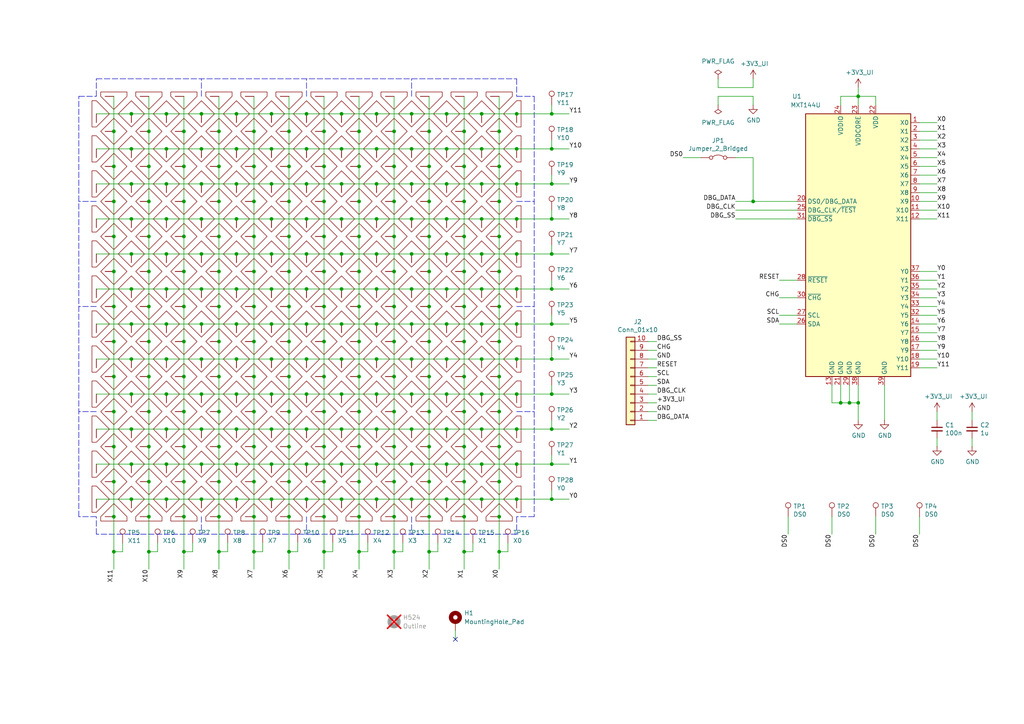
<source format=kicad_sch>
(kicad_sch (version 20250114) (generator "eeschema") (generator_version "9.0")
  (paper "A4")
  (junction (at 78.74 93.98))
  (junction (at 68.58 144.78))
  (junction (at 119.38 124.46))
  (junction (at 73.66 149.86))
  (junction (at 38.1 144.78))
  (junction (at 124.46 78.74))
  (junction (at 144.78 58.42))
  (junction (at 93.98 160.02))
  (junction (at 88.9 73.66))
  (junction (at 38.1 33.02))
  (junction (at 119.38 134.62))
  (junction (at 134.62 38.1))
  (junction (at 43.18 48.26))
  (junction (at 93.98 58.42))
  (junction (at 160.02 114.3))
  (junction (at 88.9 63.5))
  (junction (at 83.82 129.54))
  (junction (at 53.34 119.38))
  (junction (at 134.62 88.9))
  (junction (at 73.66 139.7))
  (junction (at 38.1 53.34))
  (junction (at 88.9 104.14))
  (junction (at 53.34 160.02))
  (junction (at 124.46 109.22))
  (junction (at 48.26 73.66))
  (junction (at 73.66 68.58))
  (junction (at 160.02 83.82))
  (junction (at 109.22 93.98))
  (junction (at 63.5 88.9))
  (junction (at 93.98 78.74))
  (junction (at 119.38 53.34))
  (junction (at 134.62 68.58))
  (junction (at 160.02 53.34))
  (junction (at 134.62 48.26))
  (junction (at 88.9 144.78))
  (junction (at 43.18 38.1))
  (junction (at 104.14 78.74))
  (junction (at 58.42 134.62))
  (junction (at 129.54 63.5))
  (junction (at 160.02 134.62))
  (junction (at 124.46 99.06))
  (junction (at 93.98 149.86))
  (junction (at 48.26 53.34))
  (junction (at 144.78 48.26))
  (junction (at 38.1 114.3))
  (junction (at 246.38 116.84))
  (junction (at 58.42 63.5))
  (junction (at 160.02 93.98))
  (junction (at 104.14 149.86))
  (junction (at 160.02 104.14))
  (junction (at 134.62 78.74))
  (junction (at 63.5 38.1))
  (junction (at 119.38 73.66))
  (junction (at 129.54 73.66))
  (junction (at 68.58 124.46))
  (junction (at 78.74 33.02))
  (junction (at 124.46 149.86))
  (junction (at 43.18 58.42))
  (junction (at 124.46 129.54))
  (junction (at 58.42 93.98))
  (junction (at 119.38 63.5))
  (junction (at 104.14 160.02))
  (junction (at 78.74 43.18))
  (junction (at 104.14 58.42))
  (junction (at 88.9 33.02))
  (junction (at 124.46 88.9))
  (junction (at 114.3 68.58))
  (junction (at 58.42 53.34))
  (junction (at 88.9 83.82))
  (junction (at 139.7 83.82))
  (junction (at 43.18 139.7))
  (junction (at 58.42 83.82))
  (junction (at 104.14 99.06))
  (junction (at 43.18 119.38))
  (junction (at 68.58 33.02))
  (junction (at 68.58 63.5))
  (junction (at 139.7 134.62))
  (junction (at 129.54 144.78))
  (junction (at 38.1 104.14))
  (junction (at 53.34 99.06))
  (junction (at 73.66 58.42))
  (junction (at 134.62 109.22))
  (junction (at 134.62 119.38))
  (junction (at 124.46 38.1))
  (junction (at 73.66 78.74))
  (junction (at 33.02 99.06))
  (junction (at 129.54 93.98))
  (junction (at 114.3 99.06))
  (junction (at 139.7 33.02))
  (junction (at 93.98 88.9))
  (junction (at 68.58 134.62))
  (junction (at 99.06 124.46))
  (junction (at 33.02 48.26))
  (junction (at 149.86 43.18))
  (junction (at 99.06 114.3))
  (junction (at 93.98 129.54))
  (junction (at 83.82 139.7))
  (junction (at 33.02 88.9))
  (junction (at 88.9 53.34))
  (junction (at 93.98 99.06))
  (junction (at 139.7 53.34))
  (junction (at 124.46 160.02))
  (junction (at 63.5 119.38))
  (junction (at 63.5 58.42))
  (junction (at 53.34 149.86))
  (junction (at 149.86 104.14))
  (junction (at 43.18 149.86))
  (junction (at 109.22 73.66))
  (junction (at 114.3 160.02))
  (junction (at 93.98 139.7))
  (junction (at 144.78 78.74))
  (junction (at 144.78 149.86))
  (junction (at 48.26 63.5))
  (junction (at 38.1 124.46))
  (junction (at 160.02 43.18))
  (junction (at 248.92 27.94))
  (junction (at 43.18 129.54))
  (junction (at 63.5 139.7))
  (junction (at 38.1 83.82))
  (junction (at 119.38 83.82))
  (junction (at 109.22 33.02))
  (junction (at 99.06 83.82))
  (junction (at 48.26 144.78))
  (junction (at 144.78 119.38))
  (junction (at 124.46 119.38))
  (junction (at 53.34 109.22))
  (junction (at 109.22 83.82))
  (junction (at 38.1 93.98))
  (junction (at 43.18 68.58))
  (junction (at 68.58 114.3))
  (junction (at 248.92 116.84))
  (junction (at 243.84 116.84))
  (junction (at 68.58 93.98))
  (junction (at 149.86 114.3))
  (junction (at 129.54 43.18))
  (junction (at 129.54 33.02))
  (junction (at 73.66 99.06))
  (junction (at 53.34 88.9))
  (junction (at 33.02 78.74))
  (junction (at 104.14 139.7))
  (junction (at 48.26 124.46))
  (junction (at 114.3 119.38))
  (junction (at 139.7 124.46))
  (junction (at 68.58 73.66))
  (junction (at 160.02 73.66))
  (junction (at 104.14 38.1))
  (junction (at 48.26 43.18))
  (junction (at 129.54 53.34))
  (junction (at 139.7 104.14))
  (junction (at 144.78 68.58))
  (junction (at 149.86 73.66))
  (junction (at 83.82 88.9))
  (junction (at 218.44 58.42))
  (junction (at 48.26 104.14))
  (junction (at 119.38 93.98))
  (junction (at 149.86 33.02))
  (junction (at 119.38 114.3))
  (junction (at 83.82 48.26))
  (junction (at 63.5 129.54))
  (junction (at 33.02 109.22))
  (junction (at 129.54 114.3))
  (junction (at 33.02 58.42))
  (junction (at 78.74 104.14))
  (junction (at 53.34 139.7))
  (junction (at 68.58 43.18))
  (junction (at 149.86 144.78))
  (junction (at 73.66 48.26))
  (junction (at 134.62 99.06))
  (junction (at 109.22 53.34))
  (junction (at 104.14 129.54))
  (junction (at 119.38 43.18))
  (junction (at 33.02 139.7))
  (junction (at 83.82 58.42))
  (junction (at 99.06 134.62))
  (junction (at 104.14 88.9))
  (junction (at 58.42 33.02))
  (junction (at 129.54 83.82))
  (junction (at 109.22 134.62))
  (junction (at 134.62 58.42))
  (junction (at 109.22 63.5))
  (junction (at 43.18 160.02))
  (junction (at 78.74 63.5))
  (junction (at 93.98 109.22))
  (junction (at 109.22 104.14))
  (junction (at 139.7 63.5))
  (junction (at 144.78 109.22))
  (junction (at 88.9 124.46))
  (junction (at 53.34 48.26))
  (junction (at 149.86 93.98))
  (junction (at 114.3 139.7))
  (junction (at 38.1 73.66))
  (junction (at 63.5 68.58))
  (junction (at 93.98 119.38))
  (junction (at 73.66 160.02))
  (junction (at 43.18 88.9))
  (junction (at 83.82 149.86))
  (junction (at 104.14 119.38))
  (junction (at 83.82 38.1))
  (junction (at 78.74 83.82))
  (junction (at 119.38 33.02))
  (junction (at 114.3 88.9))
  (junction (at 99.06 144.78))
  (junction (at 53.34 38.1))
  (junction (at 99.06 43.18))
  (junction (at 38.1 134.62))
  (junction (at 124.46 68.58))
  (junction (at 88.9 43.18))
  (junction (at 129.54 104.14))
  (junction (at 144.78 88.9))
  (junction (at 93.98 68.58))
  (junction (at 68.58 83.82))
  (junction (at 78.74 53.34))
  (junction (at 114.3 38.1))
  (junction (at 144.78 160.02))
  (junction (at 93.98 38.1))
  (junction (at 33.02 160.02))
  (junction (at 99.06 63.5))
  (junction (at 104.14 68.58))
  (junction (at 63.5 78.74))
  (junction (at 58.42 124.46))
  (junction (at 83.82 109.22))
  (junction (at 104.14 48.26))
  (junction (at 83.82 78.74))
  (junction (at 53.34 129.54))
  (junction (at 99.06 33.02))
  (junction (at 134.62 160.02))
  (junction (at 129.54 134.62))
  (junction (at 139.7 43.18))
  (junction (at 43.18 78.74))
  (junction (at 33.02 119.38))
  (junction (at 114.3 78.74))
  (junction (at 58.42 114.3))
  (junction (at 160.02 63.5))
  (junction (at 109.22 124.46))
  (junction (at 144.78 129.54))
  (junction (at 83.82 99.06))
  (junction (at 139.7 73.66))
  (junction (at 149.86 83.82))
  (junction (at 63.5 149.86))
  (junction (at 58.42 43.18))
  (junction (at 149.86 53.34))
  (junction (at 109.22 114.3))
  (junction (at 99.06 53.34))
  (junction (at 139.7 93.98))
  (junction (at 78.74 134.62))
  (junction (at 149.86 134.62))
  (junction (at 83.82 160.02))
  (junction (at 83.82 119.38))
  (junction (at 58.42 73.66))
  (junction (at 149.86 63.5))
  (junction (at 144.78 139.7))
  (junction (at 43.18 109.22))
  (junction (at 119.38 104.14))
  (junction (at 33.02 149.86))
  (junction (at 38.1 43.18))
  (junction (at 160.02 124.46))
  (junction (at 78.74 124.46))
  (junction (at 53.34 68.58))
  (junction (at 129.54 124.46))
  (junction (at 73.66 119.38))
  (junction (at 99.06 93.98))
  (junction (at 48.26 134.62))
  (junction (at 134.62 149.86))
  (junction (at 78.74 144.78))
  (junction (at 88.9 114.3))
  (junction (at 53.34 58.42))
  (junction (at 73.66 38.1))
  (junction (at 109.22 43.18))
  (junction (at 53.34 78.74))
  (junction (at 149.86 124.46))
  (junction (at 48.26 114.3))
  (junction (at 63.5 99.06))
  (junction (at 124.46 139.7))
  (junction (at 104.14 109.22))
  (junction (at 43.18 99.06))
  (junction (at 48.26 83.82))
  (junction (at 73.66 109.22))
  (junction (at 33.02 38.1))
  (junction (at 109.22 144.78))
  (junction (at 48.26 93.98))
  (junction (at 114.3 149.86))
  (junction (at 88.9 93.98))
  (junction (at 83.82 68.58))
  (junction (at 99.06 104.14))
  (junction (at 33.02 129.54))
  (junction (at 139.7 144.78))
  (junction (at 93.98 48.26))
  (junction (at 124.46 58.42))
  (junction (at 78.74 73.66))
  (junction (at 99.06 73.66))
  (junction (at 114.3 48.26))
  (junction (at 160.02 33.02))
  (junction (at 78.74 114.3))
  (junction (at 114.3 109.22))
  (junction (at 124.46 48.26))
  (junction (at 144.78 38.1))
  (junction (at 63.5 109.22))
  (junction (at 58.42 144.78))
  (junction (at 88.9 134.62))
  (junction (at 63.5 48.26))
  (junction (at 73.66 88.9))
  (junction (at 114.3 58.42))
  (junction (at 68.58 53.34))
  (junction (at 38.1 63.5))
  (junction (at 33.02 68.58))
  (junction (at 73.66 129.54))
  (junction (at 48.26 33.02))
  (junction (at 139.7 114.3))
  (junction (at 119.38 144.78))
  (junction (at 63.5 160.02))
  (junction (at 160.02 144.78))
  (junction (at 134.62 139.7))
  (junction (at 58.42 104.14))
  (junction (at 144.78 99.06))
  (junction (at 68.58 104.14))
  (junction (at 114.3 129.54))
  (junction (at 134.62 129.54))
  (no_connect (at 132.08 185.42))
  (wire (pts (xy 266.7 93.98) (xy 271.78 93.98)))
  (wire (pts (xy 266.7 58.42) (xy 271.78 58.42)))
  (wire (pts (xy 266.7 104.14) (xy 271.78 104.14)))
  (wire (pts (xy 48.26 134.62) (xy 58.42 134.62)))
  (wire (pts (xy 109.22 104.14) (xy 119.38 104.14)))
  (wire (pts (xy 68.58 53.34) (xy 78.74 53.34)))
  (wire (pts (xy 266.7 78.74) (xy 271.78 78.74)))
  (wire (pts (xy 53.34 27.94) (xy 53.34 38.1)))
  (polyline (pts (xy 27.94 58.42) (xy 22.86 58.42)) (stroke (width 0) (type dash)))
  (wire (pts (xy 129.54 43.18) (xy 139.7 43.18)))
  (polyline (pts (xy 27.94 27.94) (xy 27.94 22.86)) (stroke (width 0) (type dash)))
  (wire (pts (xy 281.94 129.54) (xy 281.94 127)))
  (wire (pts (xy 124.46 119.38) (xy 124.46 129.54)))
  (wire (pts (xy 147.32 160.02) (xy 144.78 160.02)))
  (wire (pts (xy 187.96 109.22) (xy 190.5 109.22)))
  (wire (pts (xy 149.86 83.82) (xy 160.02 83.82)))
  (wire (pts (xy 43.18 129.54) (xy 43.18 139.7)))
  (wire (pts (xy 88.9 83.82) (xy 99.06 83.82)))
  (wire (pts (xy 129.54 114.3) (xy 139.7 114.3)))
  (wire (pts (xy 226.06 91.44) (xy 231.14 91.44)))
  (wire (pts (xy 114.3 58.42) (xy 114.3 68.58)))
  (wire (pts (xy 104.14 99.06) (xy 104.14 109.22)))
  (wire (pts (xy 78.74 83.82) (xy 88.9 83.82)))
  (wire (pts (xy 134.62 109.22) (xy 134.62 119.38)))
  (wire (pts (xy 53.34 68.58) (xy 53.34 78.74)))
  (wire (pts (xy 27.94 43.18) (xy 38.1 43.18)))
  (wire (pts (xy 43.18 88.9) (xy 43.18 99.06)))
  (wire (pts (xy 88.9 53.34) (xy 99.06 53.34)))
  (wire (pts (xy 58.42 93.98) (xy 68.58 93.98)))
  (wire (pts (xy 114.3 38.1) (xy 114.3 48.26)))
  (wire (pts (xy 33.02 99.06) (xy 33.02 109.22)))
  (wire (pts (xy 281.94 121.92) (xy 281.94 119.38)))
  (wire (pts (xy 124.46 58.42) (xy 124.46 68.58)))
  (wire (pts (xy 144.78 88.9) (xy 144.78 99.06)))
  (wire (pts (xy 226.06 93.98) (xy 231.14 93.98)))
  (wire (pts (xy 213.36 60.96) (xy 231.14 60.96)))
  (wire (pts (xy 119.38 43.18) (xy 129.54 43.18)))
  (wire (pts (xy 149.86 43.18) (xy 160.02 43.18)))
  (wire (pts (xy 149.86 114.3) (xy 160.02 114.3)))
  (wire (pts (xy 114.3 129.54) (xy 114.3 139.7)))
  (wire (pts (xy 149.86 93.98) (xy 160.02 93.98)))
  (wire (pts (xy 160.02 71.12) (xy 160.02 73.66)))
  (wire (pts (xy 38.1 53.34) (xy 48.26 53.34)))
  (wire (pts (xy 99.06 63.5) (xy 109.22 63.5)))
  (wire (pts (xy 116.84 157.48) (xy 116.84 160.02)))
  (wire (pts (xy 78.74 114.3) (xy 88.9 114.3)))
  (wire (pts (xy 139.7 134.62) (xy 149.86 134.62)))
  (wire (pts (xy 144.78 78.74) (xy 144.78 88.9)))
  (wire (pts (xy 58.42 144.78) (xy 68.58 144.78)))
  (wire (pts (xy 104.14 109.22) (xy 104.14 119.38)))
  (wire (pts (xy 109.22 43.18) (xy 119.38 43.18)))
  (wire (pts (xy 58.42 33.02) (xy 68.58 33.02)))
  (wire (pts (xy 134.62 119.38) (xy 134.62 129.54)))
  (wire (pts (xy 88.9 33.02) (xy 99.06 33.02)))
  (wire (pts (xy 58.42 114.3) (xy 68.58 114.3)))
  (wire (pts (xy 93.98 48.26) (xy 93.98 58.42)))
  (wire (pts (xy 73.66 129.54) (xy 73.66 139.7)))
  (wire (pts (xy 78.74 104.14) (xy 88.9 104.14)))
  (wire (pts (xy 114.3 99.06) (xy 114.3 109.22)))
  (wire (pts (xy 190.5 116.84) (xy 187.96 116.84)))
  (wire (pts (xy 266.7 43.18) (xy 271.78 43.18)))
  (wire (pts (xy 129.54 93.98) (xy 139.7 93.98)))
  (wire (pts (xy 160.02 111.76) (xy 160.02 114.3)))
  (polyline (pts (xy 88.9 149.86) (xy 88.9 154.94)) (stroke (width 0) (type dash)))
  (wire (pts (xy 114.3 160.02) (xy 116.84 160.02)))
  (wire (pts (xy 124.46 68.58) (xy 124.46 78.74)))
  (wire (pts (xy 99.06 114.3) (xy 109.22 114.3)))
  (wire (pts (xy 53.34 48.26) (xy 53.34 58.42)))
  (wire (pts (xy 58.42 134.62) (xy 68.58 134.62)))
  (wire (pts (xy 139.7 63.5) (xy 149.86 63.5)))
  (wire (pts (xy 104.14 78.74) (xy 104.14 88.9)))
  (wire (pts (xy 109.22 83.82) (xy 119.38 83.82)))
  (wire (pts (xy 48.26 93.98) (xy 58.42 93.98)))
  (wire (pts (xy 104.14 48.26) (xy 104.14 58.42)))
  (wire (pts (xy 218.44 27.94) (xy 218.44 30.48)))
  (wire (pts (xy 63.5 38.1) (xy 63.5 48.26)))
  (wire (pts (xy 88.9 114.3) (xy 99.06 114.3)))
  (wire (pts (xy 48.26 83.82) (xy 58.42 83.82)))
  (wire (pts (xy 160.02 63.5) (xy 165.1 63.5)))
  (wire (pts (xy 53.34 129.54) (xy 53.34 139.7)))
  (wire (pts (xy 149.86 63.5) (xy 160.02 63.5)))
  (wire (pts (xy 43.18 109.22) (xy 43.18 119.38)))
  (wire (pts (xy 48.26 104.14) (xy 58.42 104.14)))
  (wire (pts (xy 88.9 93.98) (xy 99.06 93.98)))
  (wire (pts (xy 83.82 38.1) (xy 83.82 48.26)))
  (wire (pts (xy 254 149.86) (xy 254 154.94)))
  (wire (pts (xy 73.66 88.9) (xy 73.66 99.06)))
  (wire (pts (xy 73.66 27.94) (xy 73.66 38.1)))
  (wire (pts (xy 38.1 83.82) (xy 48.26 83.82)))
  (wire (pts (xy 109.22 73.66) (xy 119.38 73.66)))
  (wire (pts (xy 27.94 104.14) (xy 38.1 104.14)))
  (wire (pts (xy 53.34 88.9) (xy 53.34 99.06)))
  (polyline (pts (xy 149.86 149.86) (xy 149.86 154.94)) (stroke (width 0) (type dash)))
  (wire (pts (xy 93.98 99.06) (xy 93.98 109.22)))
  (wire (pts (xy 114.3 48.26) (xy 114.3 58.42)))
  (wire (pts (xy 48.26 63.5) (xy 58.42 63.5)))
  (wire (pts (xy 129.54 63.5) (xy 139.7 63.5)))
  (wire (pts (xy 93.98 149.86) (xy 93.98 160.02)))
  (wire (pts (xy 99.06 124.46) (xy 109.22 124.46)))
  (wire (pts (xy 53.34 160.02) (xy 53.34 165.1)))
  (wire (pts (xy 266.7 53.34) (xy 271.78 53.34)))
  (wire (pts (xy 218.44 45.72) (xy 218.44 58.42)))
  (wire (pts (xy 83.82 160.02) (xy 86.36 160.02)))
  (wire (pts (xy 33.02 78.74) (xy 33.02 88.9)))
  (wire (pts (xy 93.98 78.74) (xy 93.98 88.9)))
  (wire (pts (xy 213.36 45.72) (xy 218.44 45.72)))
  (wire (pts (xy 144.78 119.38) (xy 144.78 129.54)))
  (wire (pts (xy 139.7 114.3) (xy 149.86 114.3)))
  (wire (pts (xy 124.46 88.9) (xy 124.46 99.06)))
  (wire (pts (xy 144.78 149.86) (xy 144.78 160.02)))
  (wire (pts (xy 266.7 101.6) (xy 271.78 101.6)))
  (wire (pts (xy 139.7 144.78) (xy 149.86 144.78)))
  (polyline (pts (xy 149.86 58.42) (xy 154.94 58.42)) (stroke (width 0) (type dash)))
  (wire (pts (xy 43.18 139.7) (xy 43.18 149.86)))
  (wire (pts (xy 266.7 55.88) (xy 271.78 55.88)))
  (wire (pts (xy 149.86 104.14) (xy 160.02 104.14)))
  (wire (pts (xy 96.52 157.48) (xy 96.52 160.02)))
  (wire (pts (xy 149.86 73.66) (xy 160.02 73.66)))
  (wire (pts (xy 63.5 48.26) (xy 63.5 58.42)))
  (wire (pts (xy 104.14 149.86) (xy 104.14 160.02)))
  (wire (pts (xy 226.06 81.28) (xy 231.14 81.28)))
  (wire (pts (xy 248.92 27.94) (xy 248.92 30.48)))
  (wire (pts (xy 160.02 33.02) (xy 165.1 33.02)))
  (wire (pts (xy 43.18 58.42) (xy 43.18 68.58)))
  (wire (pts (xy 68.58 93.98) (xy 78.74 93.98)))
  (wire (pts (xy 104.14 88.9) (xy 104.14 99.06)))
  (wire (pts (xy 226.06 86.36) (xy 231.14 86.36)))
  (wire (pts (xy 109.22 63.5) (xy 119.38 63.5)))
  (wire (pts (xy 68.58 73.66) (xy 78.74 73.66)))
  (wire (pts (xy 139.7 43.18) (xy 149.86 43.18)))
  (wire (pts (xy 190.5 114.3) (xy 187.96 114.3)))
  (wire (pts (xy 109.22 53.34) (xy 119.38 53.34)))
  (wire (pts (xy 160.02 134.62) (xy 165.1 134.62)))
  (wire (pts (xy 149.86 134.62) (xy 160.02 134.62)))
  (wire (pts (xy 63.5 119.38) (xy 63.5 129.54)))
  (wire (pts (xy 144.78 38.1) (xy 144.78 48.26)))
  (wire (pts (xy 83.82 129.54) (xy 83.82 139.7)))
  (wire (pts (xy 73.66 48.26) (xy 73.66 58.42)))
  (wire (pts (xy 63.5 68.58) (xy 63.5 78.74)))
  (wire (pts (xy 243.84 27.94) (xy 243.84 30.48)))
  (wire (pts (xy 266.7 48.26) (xy 271.78 48.26)))
  (wire (pts (xy 248.92 27.94) (xy 243.84 27.94)))
  (wire (pts (xy 27.94 53.34) (xy 38.1 53.34)))
  (wire (pts (xy 254 27.94) (xy 254 30.48)))
  (wire (pts (xy 266.7 99.06) (xy 271.78 99.06)))
  (wire (pts (xy 119.38 114.3) (xy 129.54 114.3)))
  (wire (pts (xy 83.82 160.02) (xy 83.82 165.1)))
  (wire (pts (xy 208.28 22.86) (xy 208.28 25.4)))
  (wire (pts (xy 248.92 25.4) (xy 248.92 27.94)))
  (wire (pts (xy 106.68 157.48) (xy 106.68 160.02)))
  (wire (pts (xy 266.7 96.52) (xy 271.78 96.52)))
  (wire (pts (xy 160.02 132.08) (xy 160.02 134.62)))
  (wire (pts (xy 88.9 63.5) (xy 99.06 63.5)))
  (wire (pts (xy 213.36 63.5) (xy 231.14 63.5)))
  (wire (pts (xy 241.3 149.86) (xy 241.3 154.94)))
  (wire (pts (xy 48.26 43.18) (xy 58.42 43.18)))
  (wire (pts (xy 127 160.02) (xy 124.46 160.02)))
  (wire (pts (xy 93.98 139.7) (xy 93.98 149.86)))
  (wire (pts (xy 149.86 53.34) (xy 160.02 53.34)))
  (polyline (pts (xy 149.86 27.94) (xy 154.94 27.94)) (stroke (width 0) (type dash)))
  (wire (pts (xy 73.66 119.38) (xy 73.66 129.54)))
  (wire (pts (xy 33.02 27.94) (xy 33.02 38.1)))
  (wire (pts (xy 27.94 33.02) (xy 38.1 33.02)))
  (wire (pts (xy 160.02 40.64) (xy 160.02 43.18)))
  (wire (pts (xy 139.7 124.46) (xy 149.86 124.46)))
  (wire (pts (xy 73.66 38.1) (xy 73.66 48.26)))
  (wire (pts (xy 266.7 38.1) (xy 271.78 38.1)))
  (wire (pts (xy 73.66 68.58) (xy 73.66 78.74)))
  (wire (pts (xy 99.06 33.02) (xy 109.22 33.02)))
  (wire (pts (xy 266.7 35.56) (xy 271.78 35.56)))
  (wire (pts (xy 38.1 73.66) (xy 48.26 73.66)))
  (wire (pts (xy 83.82 58.42) (xy 83.82 68.58)))
  (wire (pts (xy 83.82 48.26) (xy 83.82 58.42)))
  (wire (pts (xy 160.02 30.48) (xy 160.02 33.02)))
  (wire (pts (xy 93.98 38.1) (xy 93.98 48.26)))
  (wire (pts (xy 160.02 104.14) (xy 165.1 104.14)))
  (wire (pts (xy 134.62 58.42) (xy 134.62 68.58)))
  (wire (pts (xy 93.98 129.54) (xy 93.98 139.7)))
  (wire (pts (xy 243.84 111.76) (xy 243.84 116.84)))
  (wire (pts (xy 104.14 27.94) (xy 104.14 38.1)))
  (wire (pts (xy 114.3 68.58) (xy 114.3 78.74)))
  (wire (pts (xy 160.02 81.28) (xy 160.02 83.82)))
  (wire (pts (xy 139.7 83.82) (xy 149.86 83.82)))
  (wire (pts (xy 88.9 73.66) (xy 99.06 73.66)))
  (wire (pts (xy 129.54 134.62) (xy 139.7 134.62)))
  (wire (pts (xy 271.78 129.54) (xy 271.78 127)))
  (wire (pts (xy 124.46 109.22) (xy 124.46 119.38)))
  (polyline (pts (xy 154.94 149.86) (xy 149.86 149.86)) (stroke (width 0) (type dash)))
  (wire (pts (xy 27.94 63.5) (xy 38.1 63.5)))
  (wire (pts (xy 256.54 111.76) (xy 256.54 121.92)))
  (wire (pts (xy 78.74 134.62) (xy 88.9 134.62)))
  (wire (pts (xy 93.98 88.9) (xy 93.98 99.06)))
  (wire (pts (xy 53.34 109.22) (xy 53.34 119.38)))
  (wire (pts (xy 248.92 116.84) (xy 248.92 121.92)))
  (wire (pts (xy 33.02 58.42) (xy 33.02 68.58)))
  (wire (pts (xy 68.58 63.5) (xy 78.74 63.5)))
  (wire (pts (xy 160.02 60.96) (xy 160.02 63.5)))
  (wire (pts (xy 248.92 27.94) (xy 254 27.94)))
  (wire (pts (xy 271.78 121.92) (xy 271.78 119.38)))
  (wire (pts (xy 129.54 124.46) (xy 139.7 124.46)))
  (polyline (pts (xy 154.94 27.94) (xy 154.94 149.86)) (stroke (width 0) (type dash)))
  (wire (pts (xy 134.62 149.86) (xy 134.62 160.02)))
  (wire (pts (xy 190.5 121.92) (xy 187.96 121.92)))
  (wire (pts (xy 33.02 109.22) (xy 33.02 119.38)))
  (wire (pts (xy 43.18 160.02) (xy 43.18 165.1)))
  (wire (pts (xy 33.02 139.7) (xy 33.02 149.86)))
  (wire (pts (xy 93.98 58.42) (xy 93.98 68.58)))
  (wire (pts (xy 58.42 73.66) (xy 68.58 73.66)))
  (wire (pts (xy 83.82 78.74) (xy 83.82 88.9)))
  (polyline (pts (xy 27.94 88.9) (xy 22.86 88.9)) (stroke (width 0) (type dash)))
  (wire (pts (xy 88.9 43.18) (xy 99.06 43.18)))
  (wire (pts (xy 63.5 129.54) (xy 63.5 139.7)))
  (wire (pts (xy 73.66 78.74) (xy 73.66 88.9)))
  (wire (pts (xy 266.7 83.82) (xy 271.78 83.82)))
  (wire (pts (xy 68.58 83.82) (xy 78.74 83.82)))
  (wire (pts (xy 134.62 129.54) (xy 134.62 139.7)))
  (wire (pts (xy 208.28 25.4) (xy 218.44 25.4)))
  (polyline (pts (xy 58.42 27.94) (xy 58.42 22.86)) (stroke (width 0) (type dash)))
  (wire (pts (xy 33.02 88.9) (xy 33.02 99.06)))
  (wire (pts (xy 53.34 78.74) (xy 53.34 88.9)))
  (wire (pts (xy 63.5 149.86) (xy 63.5 160.02)))
  (wire (pts (xy 246.38 111.76) (xy 246.38 116.84)))
  (wire (pts (xy 198.12 45.72) (xy 203.2 45.72)))
  (wire (pts (xy 241.3 111.76) (xy 241.3 116.84)))
  (wire (pts (xy 134.62 78.74) (xy 134.62 88.9)))
  (wire (pts (xy 124.46 48.26) (xy 124.46 58.42)))
  (wire (pts (xy 160.02 101.6) (xy 160.02 104.14)))
  (wire (pts (xy 45.72 157.48) (xy 45.72 160.02)))
  (polyline (pts (xy 27.94 149.86) (xy 22.86 149.86)) (stroke (width 0) (type dash)))
  (wire (pts (xy 127 157.48) (xy 127 160.02)))
  (wire (pts (xy 149.86 124.46) (xy 160.02 124.46)))
  (wire (pts (xy 266.7 86.36) (xy 271.78 86.36)))
  (wire (pts (xy 109.22 124.46) (xy 119.38 124.46)))
  (polyline (pts (xy 27.94 119.38) (xy 22.86 119.38)) (stroke (width 0) (type dash)))
  (wire (pts (xy 68.58 144.78) (xy 78.74 144.78)))
  (wire (pts (xy 266.7 106.68) (xy 271.78 106.68)))
  (wire (pts (xy 73.66 160.02) (xy 73.66 165.1)))
  (wire (pts (xy 144.78 139.7) (xy 144.78 149.86)))
  (wire (pts (xy 73.66 109.22) (xy 73.66 119.38)))
  (wire (pts (xy 190.5 119.38) (xy 187.96 119.38)))
  (wire (pts (xy 27.94 114.3) (xy 38.1 114.3)))
  (wire (pts (xy 246.38 116.84) (xy 248.92 116.84)))
  (wire (pts (xy 73.66 99.06) (xy 73.66 109.22)))
  (wire (pts (xy 129.54 104.14) (xy 139.7 104.14)))
  (polyline (pts (xy 88.9 27.94) (xy 88.9 22.86)) (stroke (width 0) (type dash)))
  (wire (pts (xy 134.62 99.06) (xy 134.62 109.22)))
  (wire (pts (xy 144.78 160.02) (xy 144.78 165.1)))
  (wire (pts (xy 83.82 88.9) (xy 83.82 99.06)))
  (wire (pts (xy 124.46 129.54) (xy 124.46 139.7)))
  (wire (pts (xy 38.1 134.62) (xy 48.26 134.62)))
  (wire (pts (xy 134.62 160.02) (xy 134.62 165.1)))
  (wire (pts (xy 109.22 114.3) (xy 119.38 114.3)))
  (wire (pts (xy 248.92 111.76) (xy 248.92 116.84)))
  (wire (pts (xy 48.26 33.02) (xy 58.42 33.02)))
  (wire (pts (xy 144.78 68.58) (xy 144.78 78.74)))
  (wire (pts (xy 35.56 160.02) (xy 33.02 160.02)))
  (wire (pts (xy 144.78 27.94) (xy 144.78 38.1)))
  (wire (pts (xy 63.5 160.02) (xy 66.04 160.02)))
  (wire (pts (xy 139.7 33.02) (xy 149.86 33.02)))
  (wire (pts (xy 266.7 40.64) (xy 271.78 40.64)))
  (wire (pts (xy 134.62 68.58) (xy 134.62 78.74)))
  (wire (pts (xy 63.5 58.42) (xy 63.5 68.58)))
  (wire (pts (xy 38.1 63.5) (xy 48.26 63.5)))
  (polyline (pts (xy 27.94 154.94) (xy 27.94 149.86)) (stroke (width 0) (type dash)))
  (wire (pts (xy 137.16 157.48) (xy 137.16 160.02)))
  (wire (pts (xy 104.14 160.02) (xy 104.14 165.1)))
  (wire (pts (xy 119.38 104.14) (xy 129.54 104.14)))
  (wire (pts (xy 78.74 63.5) (xy 88.9 63.5)))
  (wire (pts (xy 33.02 48.26) (xy 33.02 58.42)))
  (wire (pts (xy 83.82 109.22) (xy 83.82 119.38)))
  (wire (pts (xy 144.78 58.42) (xy 144.78 68.58)))
  (wire (pts (xy 33.02 160.02) (xy 33.02 165.1)))
  (wire (pts (xy 66.04 157.48) (xy 66.04 160.02)))
  (wire (pts (xy 63.5 139.7) (xy 63.5 149.86)))
  (wire (pts (xy 139.7 53.34) (xy 149.86 53.34)))
  (wire (pts (xy 119.38 93.98) (xy 129.54 93.98)))
  (wire (pts (xy 68.58 104.14) (xy 78.74 104.14)))
  (wire (pts (xy 48.26 144.78) (xy 58.42 144.78)))
  (wire (pts (xy 83.82 27.94) (xy 83.82 38.1)))
  (wire (pts (xy 63.5 99.06) (xy 63.5 109.22)))
  (wire (pts (xy 266.7 91.44) (xy 271.78 91.44)))
  (wire (pts (xy 99.06 43.18) (xy 109.22 43.18)))
  (wire (pts (xy 43.18 119.38) (xy 43.18 129.54)))
  (wire (pts (xy 124.46 139.7) (xy 124.46 149.86)))
  (polyline (pts (xy 22.86 149.86) (xy 22.86 27.94)) (stroke (width 0) (type dash)))
  (wire (pts (xy 43.18 99.06) (xy 43.18 109.22)))
  (polyline (pts (xy 149.86 22.86) (xy 149.86 27.94)) (stroke (width 0) (type dash)))
  (wire (pts (xy 160.02 144.78) (xy 165.1 144.78)))
  (wire (pts (xy 43.18 27.94) (xy 43.18 38.1)))
  (wire (pts (xy 109.22 134.62) (xy 119.38 134.62)))
  (wire (pts (xy 27.94 73.66) (xy 38.1 73.66)))
  (wire (pts (xy 160.02 93.98) (xy 165.1 93.98)))
  (polyline (pts (xy 119.38 27.94) (xy 119.38 22.86)) (stroke (width 0) (type dash)))
  (wire (pts (xy 124.46 38.1) (xy 124.46 48.26)))
  (wire (pts (xy 63.5 160.02) (xy 63.5 165.1)))
  (wire (pts (xy 53.34 119.38) (xy 53.34 129.54)))
  (wire (pts (xy 76.2 157.48) (xy 76.2 160.02)))
  (wire (pts (xy 33.02 149.86) (xy 33.02 160.02)))
  (wire (pts (xy 53.34 160.02) (xy 55.88 160.02)))
  (wire (pts (xy 144.78 99.06) (xy 144.78 109.22)))
  (wire (pts (xy 88.9 124.46) (xy 99.06 124.46)))
  (wire (pts (xy 48.26 124.46) (xy 58.42 124.46)))
  (polyline (pts (xy 119.38 149.86) (xy 119.38 154.94)) (stroke (width 0) (type dash)))
  (wire (pts (xy 38.1 114.3) (xy 48.26 114.3)))
  (wire (pts (xy 129.54 53.34) (xy 139.7 53.34)))
  (wire (pts (xy 99.06 83.82) (xy 109.22 83.82)))
  (wire (pts (xy 38.1 43.18) (xy 48.26 43.18)))
  (wire (pts (xy 99.06 144.78) (xy 109.22 144.78)))
  (wire (pts (xy 33.02 129.54) (xy 33.02 139.7)))
  (wire (pts (xy 119.38 144.78) (xy 129.54 144.78)))
  (wire (pts (xy 53.34 139.7) (xy 53.34 149.86)))
  (wire (pts (xy 68.58 124.46) (xy 78.74 124.46)))
  (wire (pts (xy 83.82 139.7) (xy 83.82 149.86)))
  (wire (pts (xy 33.02 38.1) (xy 33.02 48.26)))
  (wire (pts (xy 139.7 104.14) (xy 149.86 104.14)))
  (wire (pts (xy 43.18 48.26) (xy 43.18 58.42)))
  (wire (pts (xy 93.98 109.22) (xy 93.98 119.38)))
  (wire (pts (xy 58.42 53.34) (xy 68.58 53.34)))
  (wire (pts (xy 218.44 58.42) (xy 213.36 58.42)))
  (wire (pts (xy 160.02 114.3) (xy 165.1 114.3)))
  (wire (pts (xy 27.94 93.98) (xy 38.1 93.98)))
  (wire (pts (xy 160.02 142.24) (xy 160.02 144.78)))
  (wire (pts (xy 48.26 73.66) (xy 58.42 73.66)))
  (wire (pts (xy 119.38 124.46) (xy 129.54 124.46)))
  (wire (pts (xy 83.82 68.58) (xy 83.82 78.74)))
  (wire (pts (xy 160.02 53.34) (xy 165.1 53.34)))
  (wire (pts (xy 114.3 27.94) (xy 114.3 38.1)))
  (wire (pts (xy 99.06 93.98) (xy 109.22 93.98)))
  (wire (pts (xy 218.44 58.42) (xy 231.14 58.42)))
  (wire (pts (xy 104.14 139.7) (xy 104.14 149.86)))
  (wire (pts (xy 144.78 48.26) (xy 144.78 58.42)))
  (wire (pts (xy 93.98 68.58) (xy 93.98 78.74)))
  (polyline (pts (xy 149.86 88.9) (xy 154.94 88.9)) (stroke (width 0) (type dash)))
  (wire (pts (xy 139.7 73.66) (xy 149.86 73.66)))
  (wire (pts (xy 187.96 106.68) (xy 190.5 106.68)))
  (wire (pts (xy 68.58 33.02) (xy 78.74 33.02)))
  (wire (pts (xy 160.02 91.44) (xy 160.02 93.98)))
  (wire (pts (xy 114.3 109.22) (xy 114.3 119.38)))
  (wire (pts (xy 119.38 63.5) (xy 129.54 63.5)))
  (wire (pts (xy 55.88 157.48) (xy 55.88 160.02)))
  (wire (pts (xy 124.46 27.94) (xy 124.46 38.1)))
  (wire (pts (xy 114.3 88.9) (xy 114.3 99.06)))
  (wire (pts (xy 33.02 119.38) (xy 33.02 129.54)))
  (wire (pts (xy 58.42 83.82) (xy 68.58 83.82)))
  (wire (pts (xy 134.62 88.9) (xy 134.62 99.06)))
  (wire (pts (xy 241.3 116.84) (xy 243.84 116.84)))
  (wire (pts (xy 43.18 68.58) (xy 43.18 78.74)))
  (wire (pts (xy 114.3 149.86) (xy 114.3 160.02)))
  (wire (pts (xy 114.3 139.7) (xy 114.3 149.86)))
  (wire (pts (xy 78.74 33.02) (xy 88.9 33.02)))
  (wire (pts (xy 58.42 63.5) (xy 68.58 63.5)))
  (wire (pts (xy 63.5 78.74) (xy 63.5 88.9)))
  (wire (pts (xy 78.74 43.18) (xy 88.9 43.18)))
  (wire (pts (xy 104.14 129.54) (xy 104.14 139.7)))
  (wire (pts (xy 243.84 116.84) (xy 246.38 116.84)))
  (wire (pts (xy 109.22 33.02) (xy 119.38 33.02)))
  (wire (pts (xy 160.02 121.92) (xy 160.02 124.46)))
  (wire (pts (xy 93.98 160.02) (xy 96.52 160.02)))
  (wire (pts (xy 78.74 93.98) (xy 88.9 93.98)))
  (wire (pts (xy 109.22 144.78) (xy 119.38 144.78)))
  (wire (pts (xy 266.7 149.86) (xy 266.7 154.94)))
  (wire (pts (xy 27.94 83.82) (xy 38.1 83.82)))
  (wire (pts (xy 93.98 119.38) (xy 93.98 129.54)))
  (wire (pts (xy 132.08 182.88) (xy 132.08 185.42)))
  (wire (pts (xy 266.7 63.5) (xy 271.78 63.5)))
  (wire (pts (xy 266.7 50.8) (xy 271.78 50.8)))
  (wire (pts (xy 149.86 144.78) (xy 160.02 144.78)))
  (wire (pts (xy 134.62 139.7) (xy 134.62 149.86)))
  (wire (pts (xy 43.18 38.1) (xy 43.18 48.26)))
  (wire (pts (xy 124.46 99.06) (xy 124.46 109.22)))
  (wire (pts (xy 104.14 119.38) (xy 104.14 129.54)))
  (wire (pts (xy 63.5 88.9) (xy 63.5 99.06)))
  (wire (pts (xy 134.62 38.1) (xy 134.62 48.26)))
  (wire (pts (xy 104.14 68.58) (xy 104.14 78.74)))
  (wire (pts (xy 134.62 48.26) (xy 134.62 58.42)))
  (wire (pts (xy 53.34 38.1) (xy 53.34 48.26)))
  (wire (pts (xy 83.82 119.38) (xy 83.82 129.54)))
  (wire (pts (xy 160.02 73.66) (xy 165.1 73.66)))
  (wire (pts (xy 137.16 160.02) (xy 134.62 160.02)))
  (wire (pts (xy 27.94 124.46) (xy 38.1 124.46)))
  (wire (pts (xy 134.62 27.94) (xy 134.62 38.1)))
  (polyline (pts (xy 149.86 154.94) (xy 27.94 154.94)) (stroke (width 0) (type dash)))
  (wire (pts (xy 45.72 160.02) (xy 43.18 160.02)))
  (wire (pts (xy 218.44 25.4) (xy 218.44 22.86)))
  (wire (pts (xy 114.3 119.38) (xy 114.3 129.54)))
  (wire (pts (xy 86.36 157.48) (xy 86.36 160.02)))
  (wire (pts (xy 149.86 33.02) (xy 160.02 33.02)))
  (wire (pts (xy 58.42 124.46) (xy 68.58 124.46)))
  (wire (pts (xy 88.9 134.62) (xy 99.06 134.62)))
  (wire (pts (xy 114.3 160.02) (xy 114.3 165.1)))
  (wire (pts (xy 73.66 58.42) (xy 73.66 68.58)))
  (wire (pts (xy 187.96 101.6) (xy 190.5 101.6)))
  (wire (pts (xy 129.54 83.82) (xy 139.7 83.82)))
  (wire (pts (xy 208.28 27.94) (xy 218.44 27.94)))
  (wire (pts (xy 38.1 104.14) (xy 48.26 104.14)))
  (wire (pts (xy 190.5 104.14) (xy 187.96 104.14)))
  (wire (pts (xy 144.78 129.54) (xy 144.78 139.7)))
  (wire (pts (xy 78.74 144.78) (xy 88.9 144.78)))
  (wire (pts (xy 129.54 73.66) (xy 139.7 73.66)))
  (wire (pts (xy 93.98 160.02) (xy 93.98 165.1)))
  (wire (pts (xy 68.58 134.62) (xy 78.74 134.62)))
  (wire (pts (xy 78.74 124.46) (xy 88.9 124.46)))
  (wire (pts (xy 144.78 109.22) (xy 144.78 119.38)))
  (wire (pts (xy 38.1 33.02) (xy 48.26 33.02)))
  (wire (pts (xy 109.22 93.98) (xy 119.38 93.98)))
  (wire (pts (xy 27.94 144.78) (xy 38.1 144.78)))
  (wire (pts (xy 228.6 149.86) (xy 228.6 154.94)))
  (wire (pts (xy 119.38 73.66) (xy 129.54 73.66)))
  (wire (pts (xy 68.58 43.18) (xy 78.74 43.18)))
  (wire (pts (xy 99.06 134.62) (xy 109.22 134.62)))
  (wire (pts (xy 129.54 33.02) (xy 139.7 33.02)))
  (wire (pts (xy 104.14 38.1) (xy 104.14 48.26)))
  (wire (pts (xy 129.54 144.78) (xy 139.7 144.78)))
  (wire (pts (xy 160.02 53.34) (xy 160.02 50.8)))
  (wire (pts (xy 53.34 149.86) (xy 53.34 160.02)))
  (wire (pts (xy 78.74 73.66) (xy 88.9 73.66)))
  (polyline (pts (xy 149.86 119.38) (xy 154.94 119.38)) (stroke (width 0) (type dash)))
  (wire (pts (xy 88.9 144.78) (xy 99.06 144.78)))
  (wire (pts (xy 266.7 81.28) (xy 271.78 81.28)))
  (wire (pts (xy 58.42 104.14) (xy 68.58 104.14)))
  (wire (pts (xy 104.14 160.02) (xy 106.68 160.02)))
  (wire (pts (xy 124.46 149.86) (xy 124.46 160.02)))
  (wire (pts (xy 83.82 149.86) (xy 83.82 160.02)))
  (wire (pts (xy 63.5 109.22) (xy 63.5 119.38)))
  (wire (pts (xy 119.38 134.62) (xy 129.54 134.62)))
  (wire (pts (xy 73.66 160.02) (xy 76.2 160.02)))
  (wire (pts (xy 139.7 93.98) (xy 149.86 93.98)))
  (wire (pts (xy 187.96 99.06) (xy 190.5 99.06)))
  (wire (pts (xy 266.7 60.96) (xy 271.78 60.96)))
  (wire (pts (xy 124.46 78.74) (xy 124.46 88.9)))
  (polyline (pts (xy 22.86 27.94) (xy 27.94 27.94)) (stroke (width 0) (type dash)))
  (wire (pts (xy 114.3 78.74) (xy 114.3 88.9)))
  (wire (pts (xy 38.1 144.78) (xy 48.26 144.78)))
  (wire (pts (xy 147.32 157.48) (xy 147.32 160.02)))
  (wire (pts (xy 43.18 149.86) (xy 43.18 160.02)))
  (wire (pts (xy 99.06 104.14) (xy 109.22 104.14)))
  (wire (pts (xy 119.38 53.34) (xy 129.54 53.34)))
  (wire (pts (xy 160.02 83.82) (xy 165.1 83.82)))
  (wire (pts (xy 266.7 88.9) (xy 271.78 88.9)))
  (wire (pts (xy 160.02 124.46) (xy 165.1 124.46)))
  (wire (pts (xy 73.66 149.86) (xy 73.66 160.02)))
  (wire (pts (xy 48.26 53.34) (xy 58.42 53.34)))
  (wire (pts (xy 53.34 99.06) (xy 53.34 109.22)))
  (wire (pts (xy 43.18 78.74) (xy 43.18 88.9)))
  (wire (pts (xy 99.06 53.34) (xy 109.22 53.34)))
  (wire (pts (xy 99.06 73.66) (xy 109.22 73.66)))
  (polyline (pts (xy 58.42 149.86) (xy 58.42 154.94)) (stroke (width 0) (type dash)))
  (wire (pts (xy 33.02 68.58) (xy 33.02 78.74)))
  (wire (pts (xy 27.94 134.62) (xy 38.1 134.62)))
  (wire (pts (xy 124.46 160.02) (xy 124.46 165.1)))
  (wire (pts (xy 53.34 58.42) (xy 53.34 68.58)))
  (wire (pts (xy 119.38 33.02) (xy 129.54 33.02)))
  (wire (pts (xy 68.58 114.3) (xy 78.74 114.3)))
  (wire (pts (xy 266.7 45.72) (xy 271.78 45.72)))
  (wire (pts (xy 208.28 30.48) (xy 208.28 27.94)))
  (polyline (pts (xy 27.94 22.86) (xy 149.86 22.86)) (stroke (width 0) (type dash)))
  (wire (pts (xy 58.42 43.18) (xy 68.58 43.18)))
  (wire (pts (xy 93.98 27.94) (xy 93.98 38.1)))
  (wire (pts (xy 35.56 157.48) (xy 35.56 160.02)))
  (wire (pts (xy 38.1 124.46) (xy 48.26 124.46)))
  (wire (pts (xy 187.96 111.76) (xy 190.5 111.76)))
  (wire (pts (xy 63.5 27.94) (xy 63.5 38.1)))
  (wire (pts (xy 38.1 93.98) (xy 48.26 93.98)))
  (wire (pts (xy 78.74 53.34) (xy 88.9 53.34)))
  (wire (pts (xy 160.02 43.18) (xy 165.1 43.18)))
  (wire (pts (xy 83.82 99.06) (xy 83.82 109.22)))
  (wire (pts (xy 48.26 114.3) (xy 58.42 114.3)))
  (wire (pts (xy 88.9 104.14) (xy 99.06 104.14)))
  (wire (pts (xy 119.38 83.82) (xy 129.54 83.82)))
  (wire (pts (xy 73.66 139.7) (xy 73.66 149.86)))
  (wire (pts (xy 104.14 58.42) (xy 104.14 68.58)))
  (label "Y11" (at 165.1 33.02 0))
  (label "Y3" (at 271.78 86.36 0))
  (label "X3" (at 114.3 165.1 270))
  (label "Y9" (at 271.78 101.6 0))
  (label "DBG_CLK" (at 213.36 60.96 180))
  (label "X3" (at 271.78 43.18 0))
  (label "X0" (at 144.78 165.1 270))
  (label "Y0" (at 165.1 144.78 0))
  (label "Y8" (at 271.78 99.06 0))
  (label "Y1" (at 271.78 81.28 0))
  (label "SCL" (at 226.06 91.44 180))
  (label "X2" (at 271.78 40.64 0))
  (label "DBG_DATA" (at 190.5 121.92 0))
  (label "GND" (at 190.5 104.14 0))
  (label "Y0" (at 271.78 78.74 0))
  (label "X4" (at 271.78 45.72 0))
  (label "Y10" (at 165.1 43.18 0))
  (label "SCL" (at 190.5 109.22 0))
  (label "Y5" (at 271.78 91.44 0))
  (label "Y2" (at 165.1 124.46 0))
  (label "DS0" (at 266.7 154.94 270))
  (label "X1" (at 271.78 38.1 0))
  (label "Y1" (at 165.1 134.62 0))
  (label "X5" (at 271.78 48.26 0))
  (label "Y2" (at 271.78 83.82 0))
  (label "X8" (at 63.5 165.1 270))
  (label "Y4" (at 165.1 104.14 0))
  (label "Y6" (at 271.78 93.98 0))
  (label "X1" (at 134.62 165.1 270))
  (label "+3V3_UI" (at 190.5 116.84 0))
  (label "CHG" (at 226.06 86.36 180))
  (label "X7" (at 271.78 53.34 0))
  (label "DS0" (at 254 154.94 270))
  (label "CHG" (at 190.5 101.6 0))
  (label "X0" (at 271.78 35.56 0))
  (label "X11" (at 33.02 165.1 270))
  (label "X11" (at 271.78 63.5 0))
  (label "DS0" (at 241.3 154.94 270))
  (label "Y3" (at 165.1 114.3 0))
  (label "DBG_SS" (at 213.36 63.5 180))
  (label "X6" (at 83.82 165.1 270))
  (label "Y5" (at 165.1 93.98 0))
  (label "X5" (at 93.98 165.1 270))
  (label "X7" (at 73.66 165.1 270))
  (label "Y9" (at 165.1 53.34 0))
  (label "Y4" (at 271.78 88.9 0))
  (label "DBG_DATA" (at 213.36 58.42 180))
  (label "DS0" (at 198.12 45.72 180))
  (label "SDA" (at 226.06 93.98 180))
  (label "X10" (at 271.78 60.96 0))
  (label "X4" (at 104.14 165.1 270))
  (label "X9" (at 271.78 58.42 0))
  (label "SDA" (at 190.5 111.76 0))
  (label "X9" (at 53.34 165.1 270))
  (label "X2" (at 124.46 165.1 270))
  (label "Y7" (at 271.78 96.52 0))
  (label "DBG_CLK" (at 190.5 114.3 0))
  (label "DS0" (at 228.6 154.94 270))
  (label "RESET" (at 190.5 106.68 0))
  (label "Y10" (at 271.78 104.14 0))
  (label "Y6" (at 165.1 83.82 0))
  (label "Y7" (at 165.1 73.66 0))
  (label "Y8" (at 165.1 63.5 0))
  (label "RESET" (at 226.06 81.28 180))
  (label "X6" (at 271.78 50.8 0))
  (label "X10" (at 43.18 165.1 270))
  (label "GND" (at 190.5 119.38 0))
  (label "DBG_SS" (at 190.5 99.06 0))
  (label "X8" (at 271.78 55.88 0))
  (label "Y11" (at 271.78 106.68 0))
  (symbol (lib_id "suku_basics:capsense_diamond") (at 33.02 38.1 0) (unit 1)
    (property "Reference" "CS14" (effects (hide yes)))
    (property "Value" "capsense_diamond" (effects (hide yes)))
    (property "Footprint" "suku_basics:capsense_diamond" (effects (hide yes)))
  )
  (symbol (lib_id "suku_basics:capsense_diamond_edge") (at 33.02 27.94 0) (unit 1)
    (property "Reference" "CS13" (effects (hide yes)))
    (property "Value" "capsense_diamond_edge" (effects (hide yes)))
    (property "Footprint" "suku_basics:capsense_diamond_edge_bite_right" (effects (hide yes)))
  )
  (symbol (lib_id "suku_basics:capsense_diamond") (at 33.02 48.26 0) (unit 1)
    (property "Reference" "CS15" (effects (hide yes)))
    (property "Value" "capsense_diamond" (effects (hide yes)))
    (property "Footprint" "suku_basics:capsense_diamond" (effects (hide yes)))
  )
  (symbol (lib_id "suku_basics:capsense_diamond") (at 33.02 58.42 0) (unit 1)
    (property "Reference" "CS16" (effects (hide yes)))
    (property "Value" "capsense_diamond" (effects (hide yes)))
    (property "Footprint" "suku_basics:capsense_diamond_bite" (effects (hide yes)))
  )
  (symbol (lib_id "suku_basics:capsense_diamond") (at 33.02 68.58 0) (unit 1)
    (property "Reference" "CS17" (effects (hide yes)))
    (property "Value" "capsense_diamond" (effects (hide yes)))
    (property "Footprint" "suku_basics:capsense_diamond" (effects (hide yes)))
  )
  (symbol (lib_id "suku_basics:capsense_diamond") (at 33.02 78.74 0) (unit 1)
    (property "Reference" "CS18" (effects (hide yes)))
    (property "Value" "capsense_diamond" (effects (hide yes)))
    (property "Footprint" "suku_basics:capsense_diamond" (effects (hide yes)))
  )
  (symbol (lib_id "suku_basics:capsense_diamond") (at 33.02 88.9 0) (unit 1)
    (property "Reference" "CS19" (effects (hide yes)))
    (property "Value" "capsense_diamond" (effects (hide yes)))
    (property "Footprint" "suku_basics:capsense_diamond_bite" (effects (hide yes)))
  )
  (symbol (lib_id "suku_basics:capsense_diamond") (at 33.02 99.06 0) (unit 1)
    (property "Reference" "CS20" (effects (hide yes)))
    (property "Value" "capsense_diamond" (effects (hide yes)))
    (property "Footprint" "suku_basics:capsense_diamond" (effects (hide yes)))
  )
  (symbol (lib_id "suku_basics:capsense_diamond") (at 33.02 109.22 0) (unit 1)
    (property "Reference" "CS21" (effects (hide yes)))
    (property "Value" "capsense_diamond" (effects (hide yes)))
    (property "Footprint" "suku_basics:capsense_diamond" (effects (hide yes)))
  )
  (symbol (lib_id "suku_basics:capsense_diamond") (at 33.02 119.38 0) (unit 1)
    (property "Reference" "CS22" (effects (hide yes)))
    (property "Value" "capsense_diamond" (effects (hide yes)))
    (property "Footprint" "suku_basics:capsense_diamond_bite" (effects (hide yes)))
  )
  (symbol (lib_id "suku_basics:capsense_diamond") (at 33.02 129.54 0) (unit 1)
    (property "Reference" "CS23" (effects (hide yes)))
    (property "Value" "capsense_diamond" (effects (hide yes)))
    (property "Footprint" "suku_basics:capsense_diamond" (effects (hide yes)))
  )
  (symbol (lib_id "suku_basics:capsense_diamond") (at 33.02 139.7 0) (unit 1)
    (property "Reference" "CS24" (effects (hide yes)))
    (property "Value" "capsense_diamond" (effects (hide yes)))
    (property "Footprint" "suku_basics:capsense_diamond" (effects (hide yes)))
  )
  (symbol (lib_id "suku_basics:capsense_diamond_edge") (at 33.02 149.86 0) (mirror x) (unit 1)
    (property "Reference" "CS25" (effects (hide yes)))
    (property "Value" "capsense_diamond_edge" (effects (hide yes)))
    (property "Footprint" "suku_basics:capsense_diamond_edge_bite_left" (effects (hide yes)))
  )
  (symbol (lib_id "suku_basics:capsense_diamond") (at 43.18 38.1 0) (unit 1)
    (property "Reference" "CS39" (effects (hide yes)))
    (property "Value" "capsense_diamond" (effects (hide yes)))
    (property "Footprint" "suku_basics:capsense_diamond" (effects (hide yes)))
  )
  (symbol (lib_id "suku_basics:capsense_diamond_edge") (at 43.18 27.94 0) (unit 1)
    (property "Reference" "CS38" (effects (hide yes)))
    (property "Value" "capsense_diamond_edge" (effects (hide yes)))
    (property "Footprint" "suku_basics:capsense_diamond_edge" (effects (hide yes)))
  )
  (symbol (lib_id "suku_basics:capsense_diamond") (at 43.18 48.26 0) (unit 1)
    (property "Reference" "CS40" (effects (hide yes)))
    (property "Value" "capsense_diamond" (effects (hide yes)))
    (property "Footprint" "suku_basics:capsense_diamond" (effects (hide yes)))
  )
  (symbol (lib_id "suku_basics:capsense_diamond") (at 43.18 58.42 0) (unit 1)
    (property "Reference" "CS41" (effects (hide yes)))
    (property "Value" "capsense_diamond" (effects (hide yes)))
    (property "Footprint" "suku_basics:capsense_diamond" (effects (hide yes)))
  )
  (symbol (lib_id "suku_basics:capsense_diamond") (at 43.18 68.58 0) (unit 1)
    (property "Reference" "CS42" (effects (hide yes)))
    (property "Value" "capsense_diamond" (effects (hide yes)))
    (property "Footprint" "suku_basics:capsense_diamond" (effects (hide yes)))
  )
  (symbol (lib_id "suku_basics:capsense_diamond") (at 43.18 78.74 0) (unit 1)
    (property "Reference" "CS43" (effects (hide yes)))
    (property "Value" "capsense_diamond" (effects (hide yes)))
    (property "Footprint" "suku_basics:capsense_diamond" (effects (hide yes)))
  )
  (symbol (lib_id "suku_basics:capsense_diamond") (at 43.18 88.9 0) (unit 1)
    (property "Reference" "CS44" (effects (hide yes)))
    (property "Value" "capsense_diamond" (effects (hide yes)))
    (property "Footprint" "suku_basics:capsense_diamond" (effects (hide yes)))
  )
  (symbol (lib_id "suku_basics:capsense_diamond") (at 43.18 99.06 0) (unit 1)
    (property "Reference" "CS45" (effects (hide yes)))
    (property "Value" "capsense_diamond" (effects (hide yes)))
    (property "Footprint" "suku_basics:capsense_diamond" (effects (hide yes)))
  )
  (symbol (lib_id "suku_basics:capsense_diamond") (at 43.18 109.22 0) (unit 1)
    (property "Reference" "CS46" (effects (hide yes)))
    (property "Value" "capsense_diamond" (effects (hide yes)))
    (property "Footprint" "suku_basics:capsense_diamond" (effects (hide yes)))
  )
  (symbol (lib_id "suku_basics:capsense_diamond") (at 43.18 119.38 0) (unit 1)
    (property "Reference" "CS47" (effects (hide yes)))
    (property "Value" "capsense_diamond" (effects (hide yes)))
    (property "Footprint" "suku_basics:capsense_diamond" (effects (hide yes)))
  )
  (symbol (lib_id "suku_basics:capsense_diamond") (at 43.18 129.54 0) (unit 1)
    (property "Reference" "CS48" (effects (hide yes)))
    (property "Value" "capsense_diamond" (effects (hide yes)))
    (property "Footprint" "suku_basics:capsense_diamond" (effects (hide yes)))
  )
  (symbol (lib_id "suku_basics:capsense_diamond") (at 43.18 139.7 0) (unit 1)
    (property "Reference" "CS49" (effects (hide yes)))
    (property "Value" "capsense_diamond" (effects (hide yes)))
    (property "Footprint" "suku_basics:capsense_diamond" (effects (hide yes)))
  )
  (symbol (lib_id "suku_basics:capsense_diamond_edge") (at 43.18 149.86 0) (mirror x) (unit 1)
    (property "Reference" "CS50" (effects (hide yes)))
    (property "Value" "capsense_diamond_edge" (effects (hide yes)))
    (property "Footprint" "suku_basics:capsense_diamond_edge" (effects (hide yes)))
  )
  (symbol (lib_id "suku_basics:capsense_diamond") (at 53.34 38.1 0) (unit 1)
    (property "Reference" "CS64" (effects (hide yes)))
    (property "Value" "capsense_diamond" (effects (hide yes)))
    (property "Footprint" "suku_basics:capsense_diamond" (effects (hide yes)))
  )
  (symbol (lib_id "suku_basics:capsense_diamond_edge") (at 53.34 27.94 0) (unit 1)
    (property "Reference" "CS63" (effects (hide yes)))
    (property "Value" "capsense_diamond_edge" (effects (hide yes)))
    (property "Footprint" "suku_basics:capsense_diamond_edge_bite_left" (effects (hide yes)))
  )
  (symbol (lib_id "suku_basics:capsense_diamond") (at 53.34 48.26 0) (unit 1)
    (property "Reference" "CS65" (effects (hide yes)))
    (property "Value" "capsense_diamond" (effects (hide yes)))
    (property "Footprint" "suku_basics:capsense_diamond" (effects (hide yes)))
  )
  (symbol (lib_id "suku_basics:capsense_diamond") (at 53.34 58.42 0) (unit 1)
    (property "Reference" "CS66" (effects (hide yes)))
    (property "Value" "capsense_diamond" (effects (hide yes)))
    (property "Footprint" "suku_basics:capsense_diamond_bite" (effects (hide yes)))
  )
  (symbol (lib_id "suku_basics:capsense_diamond") (at 53.34 68.58 0) (unit 1)
    (property "Reference" "CS67" (effects (hide yes)))
    (property "Value" "capsense_diamond" (effects (hide yes)))
    (property "Footprint" "suku_basics:capsense_diamond" (effects (hide yes)))
  )
  (symbol (lib_id "suku_basics:capsense_diamond") (at 53.34 78.74 0) (unit 1)
    (property "Reference" "CS68" (effects (hide yes)))
    (property "Value" "capsense_diamond" (effects (hide yes)))
    (property "Footprint" "suku_basics:capsense_diamond" (effects (hide yes)))
  )
  (symbol (lib_id "suku_basics:capsense_diamond") (at 53.34 88.9 0) (unit 1)
    (property "Reference" "CS69" (effects (hide yes)))
    (property "Value" "capsense_diamond" (effects (hide yes)))
    (property "Footprint" "suku_basics:capsense_diamond_bite" (effects (hide yes)))
  )
  (symbol (lib_id "suku_basics:capsense_diamond") (at 53.34 99.06 0) (unit 1)
    (property "Reference" "CS70" (effects (hide yes)))
    (property "Value" "capsense_diamond" (effects (hide yes)))
    (property "Footprint" "suku_basics:capsense_diamond" (effects (hide yes)))
  )
  (symbol (lib_id "suku_basics:capsense_diamond") (at 53.34 109.22 0) (unit 1)
    (property "Reference" "CS71" (effects (hide yes)))
    (property "Value" "capsense_diamond" (effects (hide yes)))
    (property "Footprint" "suku_basics:capsense_diamond" (effects (hide yes)))
  )
  (symbol (lib_id "suku_basics:capsense_diamond") (at 53.34 119.38 0) (unit 1)
    (property "Reference" "CS72" (effects (hide yes)))
    (property "Value" "capsense_diamond" (effects (hide yes)))
    (property "Footprint" "suku_basics:capsense_diamond_bite" (effects (hide yes)))
  )
  (symbol (lib_id "suku_basics:capsense_diamond") (at 53.34 129.54 0) (unit 1)
    (property "Reference" "CS73" (effects (hide yes)))
    (property "Value" "capsense_diamond" (effects (hide yes)))
    (property "Footprint" "suku_basics:capsense_diamond" (effects (hide yes)))
  )
  (symbol (lib_id "suku_basics:capsense_diamond") (at 53.34 139.7 0) (unit 1)
    (property "Reference" "CS74" (effects (hide yes)))
    (property "Value" "capsense_diamond" (effects (hide yes)))
    (property "Footprint" "suku_basics:capsense_diamond" (effects (hide yes)))
  )
  (symbol (lib_id "suku_basics:capsense_diamond_edge") (at 53.34 149.86 0) (mirror x) (unit 1)
    (property "Reference" "CS75" (effects (hide yes)))
    (property "Value" "capsense_diamond_edge" (effects (hide yes)))
    (property "Footprint" "suku_basics:capsense_diamond_edge_bite_right" (effects (hide yes)))
  )
  (symbol (lib_id "suku_basics:capsense_diamond") (at 63.5 38.1 0) (unit 1)
    (property "Reference" "CS89" (effects (hide yes)))
    (property "Value" "capsense_diamond" (effects (hide yes)))
    (property "Footprint" "suku_basics:capsense_diamond" (effects (hide yes)))
  )
  (symbol (lib_id "suku_basics:capsense_diamond_edge") (at 63.5 27.94 0) (unit 1)
    (property "Reference" "CS88" (effects (hide yes)))
    (property "Value" "capsense_diamond_edge" (effects (hide yes)))
    (property "Footprint" "suku_basics:capsense_diamond_edge_bite_right" (effects (hide yes)))
  )
  (symbol (lib_id "suku_basics:capsense_diamond") (at 63.5 48.26 0) (unit 1)
    (property "Reference" "CS90" (effects (hide yes)))
    (property "Value" "capsense_diamond" (effects (hide yes)))
    (property "Footprint" "suku_basics:capsense_diamond" (effects (hide yes)))
  )
  (symbol (lib_id "suku_basics:capsense_diamond") (at 63.5 58.42 0) (unit 1)
    (property "Reference" "CS91" (effects (hide yes)))
    (property "Value" "capsense_diamond" (effects (hide yes)))
    (property "Footprint" "suku_basics:capsense_diamond_bite" (effects (hide yes)))
  )
  (symbol (lib_id "suku_basics:capsense_diamond") (at 63.5 68.58 0) (unit 1)
    (property "Reference" "CS92" (effects (hide yes)))
    (property "Value" "capsense_diamond" (effects (hide yes)))
    (property "Footprint" "suku_basics:capsense_diamond" (effects (hide yes)))
  )
  (symbol (lib_id "suku_basics:capsense_diamond") (at 63.5 78.74 0) (unit 1)
    (property "Reference" "CS93" (effects (hide yes)))
    (property "Value" "capsense_diamond" (effects (hide yes)))
    (property "Footprint" "suku_basics:capsense_diamond" (effects (hide yes)))
  )
  (symbol (lib_id "suku_basics:capsense_diamond") (at 63.5 88.9 0) (unit 1)
    (property "Reference" "CS94" (effects (hide yes)))
    (property "Value" "capsense_diamond" (effects (hide yes)))
    (property "Footprint" "suku_basics:capsense_diamond_bite" (effects (hide yes)))
  )
  (symbol (lib_id "suku_basics:capsense_diamond") (at 63.5 99.06 0) (unit 1)
    (property "Reference" "CS95" (effects (hide yes)))
    (property "Value" "capsense_diamond" (effects (hide yes)))
    (property "Footprint" "suku_basics:capsense_diamond" (effects (hide yes)))
  )
  (symbol (lib_id "suku_basics:capsense_diamond") (at 63.5 109.22 0) (unit 1)
    (property "Reference" "CS96" (effects (hide yes)))
    (property "Value" "capsense_diamond" (effects (hide yes)))
    (property "Footprint" "suku_basics:capsense_diamond" (effects (hide yes)))
  )
  (symbol (lib_id "suku_basics:capsense_diamond") (at 63.5 119.38 0) (unit 1)
    (property "Reference" "CS97" (effects (hide yes)))
    (property "Value" "capsense_diamond" (effects (hide yes)))
    (property "Footprint" "suku_basics:capsense_diamond_bite" (effects (hide yes)))
  )
  (symbol (lib_id "suku_basics:capsense_diamond") (at 63.5 129.54 0) (unit 1)
    (property "Reference" "CS98" (effects (hide yes)))
    (property "Value" "capsense_diamond" (effects (hide yes)))
    (property "Footprint" "suku_basics:capsense_diamond" (effects (hide yes)))
  )
  (symbol (lib_id "suku_basics:capsense_diamond") (at 63.5 139.7 0) (unit 1)
    (property "Reference" "CS99" (effects (hide yes)))
    (property "Value" "capsense_diamond" (effects (hide yes)))
    (property "Footprint" "suku_basics:capsense_diamond" (effects (hide yes)))
  )
  (symbol (lib_id "suku_basics:capsense_diamond_edge") (at 63.5 149.86 0) (mirror x) (unit 1)
    (property "Reference" "CS100" (effects (hide yes)))
    (property "Value" "capsense_diamond_edge" (effects (hide yes)))
    (property "Footprint" "suku_basics:capsense_diamond_edge_bite_left" (effects (hide yes)))
  )
  (symbol (lib_id "suku_basics:capsense_diamond") (at 73.66 38.1 0) (unit 1)
    (property "Reference" "CS114" (effects (hide yes)))
    (property "Value" "capsense_diamond" (effects (hide yes)))
    (property "Footprint" "suku_basics:capsense_diamond" (effects (hide yes)))
  )
  (symbol (lib_id "suku_basics:capsense_diamond_edge") (at 73.66 27.94 0) (unit 1)
    (property "Reference" "CS113" (effects (hide yes)))
    (property "Value" "capsense_diamond_edge" (effects (hide yes)))
    (property "Footprint" "suku_basics:capsense_diamond_edge" (effects (hide yes)))
  )
  (symbol (lib_id "suku_basics:capsense_diamond") (at 73.66 48.26 0) (unit 1)
    (property "Reference" "CS115" (effects (hide yes)))
    (property "Value" "capsense_diamond" (effects (hide yes)))
    (property "Footprint" "suku_basics:capsense_diamond" (effects (hide yes)))
  )
  (symbol (lib_id "suku_basics:capsense_diamond") (at 73.66 58.42 0) (unit 1)
    (property "Reference" "CS116" (effects (hide yes)))
    (property "Value" "capsense_diamond" (effects (hide yes)))
    (property "Footprint" "suku_basics:capsense_diamond" (effects (hide yes)))
  )
  (symbol (lib_id "suku_basics:capsense_diamond") (at 73.66 68.58 0) (unit 1)
    (property "Reference" "CS117" (effects (hide yes)))
    (property "Value" "capsense_diamond" (effects (hide yes)))
    (property "Footprint" "suku_basics:capsense_diamond" (effects (hide yes)))
  )
  (symbol (lib_id "suku_basics:capsense_diamond") (at 73.66 78.74 0) (unit 1)
    (property "Reference" "CS118" (effects (hide yes)))
    (property "Value" "capsense_diamond" (effects (hide yes)))
    (property "Footprint" "suku_basics:capsense_diamond" (effects (hide yes)))
  )
  (symbol (lib_id "suku_basics:capsense_diamond") (at 73.66 88.9 0) (unit 1)
    (property "Reference" "CS119" (effects (hide yes)))
    (property "Value" "capsense_diamond" (effects (hide yes)))
    (property "Footprint" "suku_basics:capsense_diamond" (effects (hide yes)))
  )
  (symbol (lib_id "suku_basics:capsense_diamond") (at 73.66 99.06 0) (unit 1)
    (property "Reference" "CS120" (effects (hide yes)))
    (property "Value" "capsense_diamond" (effects (hide yes)))
    (property "Footprint" "suku_basics:capsense_diamond" (effects (hide yes)))
  )
  (symbol (lib_id "suku_basics:capsense_diamond") (at 73.66 109.22 0) (unit 1)
    (property "Reference" "CS121" (effects (hide yes)))
    (property "Value" "capsense_diamond" (effects (hide yes)))
    (property "Footprint" "suku_basics:capsense_diamond" (effects (hide yes)))
  )
  (symbol (lib_id "suku_basics:capsense_diamond") (at 73.66 119.38 0) (unit 1)
    (property "Reference" "CS122" (effects (hide yes)))
    (property "Value" "capsense_diamond" (effects (hide yes)))
    (property "Footprint" "suku_basics:capsense_diamond" (effects (hide yes)))
  )
  (symbol (lib_id "suku_basics:capsense_diamond") (at 73.66 129.54 0) (unit 1)
    (property "Reference" "CS123" (effects (hide yes)))
    (property "Value" "capsense_diamond" (effects (hide yes)))
    (property "Footprint" "suku_basics:capsense_diamond" (effects (hide yes)))
  )
  (symbol (lib_id "suku_basics:capsense_diamond") (at 73.66 139.7 0) (unit 1)
    (property "Reference" "CS124" (effects (hide yes)))
    (property "Value" "capsense_diamond" (effects (hide yes)))
    (property "Footprint" "suku_basics:capsense_diamond" (effects (hide yes)))
  )
  (symbol (lib_id "suku_basics:capsense_diamond_edge") (at 73.66 149.86 0) (mirror x) (unit 1)
    (property "Reference" "CS125" (effects (hide yes)))
    (property "Value" "capsense_diamond_edge" (effects (hide yes)))
    (property "Footprint" "suku_basics:capsense_diamond_edge" (effects (hide yes)))
  )
  (symbol (lib_id "suku_basics:capsense_diamond") (at 83.82 38.1 0) (unit 1)
    (property "Reference" "CS139" (effects (hide yes)))
    (property "Value" "capsense_diamond" (effects (hide yes)))
    (property "Footprint" "suku_basics:capsense_diamond" (effects (hide yes)))
  )
  (symbol (lib_id "suku_basics:capsense_diamond_edge") (at 83.82 27.94 0) (unit 1)
    (property "Reference" "CS138" (effects (hide yes)))
    (property "Value" "capsense_diamond_edge" (effects (hide yes)))
    (property "Footprint" "suku_basics:capsense_diamond_edge_bite_left" (effects (hide yes)))
  )
  (symbol (lib_id "suku_basics:capsense_diamond") (at 83.82 48.26 0) (unit 1)
    (property "Reference" "CS140" (effects (hide yes)))
    (property "Value" "capsense_diamond" (effects (hide yes)))
    (property "Footprint" "suku_basics:capsense_diamond" (effects (hide yes)))
  )
  (symbol (lib_id "suku_basics:capsense_diamond") (at 83.82 58.42 0) (unit 1)
    (property "Reference" "CS141" (effects (hide yes)))
    (property "Value" "capsense_diamond" (effects (hide yes)))
    (property "Footprint" "suku_basics:capsense_diamond_bite" (effects (hide yes)))
  )
  (symbol (lib_id "suku_basics:capsense_diamond") (at 83.82 68.58 0) (unit 1)
    (property "Reference" "CS142" (effects (hide yes)))
    (property "Value" "capsense_diamond" (effects (hide yes)))
    (property "Footprint" "suku_basics:capsense_diamond" (effects (hide yes)))
  )
  (symbol (lib_id "suku_basics:capsense_diamond") (at 83.82 78.74 0) (unit 1)
    (property "Reference" "CS143" (effects (hide yes)))
    (property "Value" "capsense_diamond" (effects (hide yes)))
    (property "Footprint" "suku_basics:capsense_diamond" (effects (hide yes)))
  )
  (symbol (lib_id "suku_basics:capsense_diamond") (at 83.82 88.9 0) (unit 1)
    (property "Reference" "CS144" (effects (hide yes)))
    (property "Value" "capsense_diamond" (effects (hide yes)))
    (property "Footprint" "suku_basics:capsense_diamond_bite" (effects (hide yes)))
  )
  (symbol (lib_id "suku_basics:capsense_diamond") (at 83.82 99.06 0) (unit 1)
    (property "Reference" "CS145" (effects (hide yes)))
    (property "Value" "capsense_diamond" (effects (hide yes)))
    (property "Footprint" "suku_basics:capsense_diamond" (effects (hide yes)))
  )
  (symbol (lib_id "suku_basics:capsense_diamond") (at 83.82 109.22 0) (unit 1)
    (property "Reference" "CS146" (effects (hide yes)))
    (property "Value" "capsense_diamond" (effects (hide yes)))
    (property "Footprint" "suku_basics:capsense_diamond" (effects (hide yes)))
  )
  (symbol (lib_id "suku_basics:capsense_diamond") (at 83.82 119.38 0) (unit 1)
    (property "Reference" "CS147" (effects (hide yes)))
    (property "Value" "capsense_diamond" (effects (hide yes)))
    (property "Footprint" "suku_basics:capsense_diamond_bite" (effects (hide yes)))
  )
  (symbol (lib_id "suku_basics:capsense_diamond") (at 83.82 129.54 0) (unit 1)
    (property "Reference" "CS148" (effects (hide yes)))
    (property "Value" "capsense_diamond" (effects (hide yes)))
    (property "Footprint" "suku_basics:capsense_diamond" (effects (hide yes)))
  )
  (symbol (lib_id "suku_basics:capsense_diamond") (at 83.82 139.7 0) (unit 1)
    (property "Reference" "CS149" (effects (hide yes)))
    (property "Value" "capsense_diamond" (effects (hide yes)))
    (property "Footprint" "suku_basics:capsense_diamond" (effects (hide yes)))
  )
  (symbol (lib_id "suku_basics:capsense_diamond_edge") (at 83.82 149.86 0) (mirror x) (unit 1)
    (property "Reference" "CS150" (effects (hide yes)))
    (property "Value" "capsense_diamond_edge" (effects (hide yes)))
    (property "Footprint" "suku_basics:capsense_diamond_edge_bite_right" (effects (hide yes)))
  )
  (symbol (lib_id "suku_basics:capsense_diamond") (at 93.98 38.1 0) (unit 1)
    (property "Reference" "CS164" (effects (hide yes)))
    (property "Value" "capsense_diamond" (effects (hide yes)))
    (property "Footprint" "suku_basics:capsense_diamond" (effects (hide yes)))
  )
  (symbol (lib_id "suku_basics:capsense_diamond_edge") (at 93.98 27.94 0) (unit 1)
    (property "Reference" "CS163" (effects (hide yes)))
    (property "Value" "capsense_diamond_edge" (effects (hide yes)))
    (property "Footprint" "suku_basics:capsense_diamond_edge_bite_right" (effects (hide yes)))
  )
  (symbol (lib_id "suku_basics:capsense_diamond") (at 93.98 48.26 0) (unit 1)
    (property "Reference" "CS165" (effects (hide yes)))
    (property "Value" "capsense_diamond" (effects (hide yes)))
    (property "Footprint" "suku_basics:capsense_diamond" (effects (hide yes)))
  )
  (symbol (lib_id "suku_basics:capsense_diamond") (at 93.98 58.42 0) (unit 1)
    (property "Reference" "CS166" (effects (hide yes)))
    (property "Value" "capsense_diamond" (effects (hide yes)))
    (property "Footprint" "suku_basics:capsense_diamond_bite" (effects (hide yes)))
  )
  (symbol (lib_id "suku_basics:capsense_diamond") (at 93.98 68.58 0) (unit 1)
    (property "Reference" "CS167" (effects (hide yes)))
    (property "Value" "capsense_diamond" (effects (hide yes)))
    (property "Footprint" "suku_basics:capsense_diamond" (effects (hide yes)))
  )
  (symbol (lib_id "suku_basics:capsense_diamond") (at 93.98 78.74 0) (unit 1)
    (property "Reference" "CS168" (effects (hide yes)))
    (property "Value" "capsense_diamond" (effects (hide yes)))
    (property "Footprint" "suku_basics:capsense_diamond" (effects (hide yes)))
  )
  (symbol (lib_id "suku_basics:capsense_diamond") (at 93.98 88.9 0) (unit 1)
    (property "Reference" "CS169" (effects (hide yes)))
    (property "Value" "capsense_diamond" (effects (hide yes)))
    (property "Footprint" "suku_basics:capsense_diamond_bite" (effects (hide yes)))
  )
  (symbol (lib_id "suku_basics:capsense_diamond") (at 93.98 99.06 0) (unit 1)
    (property "Reference" "CS170" (effects (hide yes)))
    (property "Value" "capsense_diamond" (effects (hide yes)))
    (property "Footprint" "suku_basics:capsense_diamond" (effects (hide yes)))
  )
  (symbol (lib_id "suku_basics:capsense_diamond") (at 93.98 109.22 0) (unit 1)
    (property "Reference" "CS171" (effects (hide yes)))
    (property "Value" "capsense_diamond" (effects (hide yes)))
    (property "Footprint" "suku_basics:capsense_diamond" (effects (hide yes)))
  )
  (symbol (lib_id "suku_basics:capsense_diamond") (at 93.98 119.38 0) (unit 1)
    (property "Reference" "CS172" (effects (hide yes)))
    (property "Value" "capsense_diamond" (effects (hide yes)))
    (property "Footprint" "suku_basics:capsense_diamond_bite" (effects (hide yes)))
  )
  (symbol (lib_id "suku_basics:capsense_diamond") (at 93.98 129.54 0) (unit 1)
    (property "Reference" "CS173" (effects (hide yes)))
    (property "Value" "capsense_diamond" (effects (hide yes)))
    (property "Footprint" "suku_basics:capsense_diamond" (effects (hide yes)))
  )
  (symbol (lib_id "suku_basics:capsense_diamond") (at 93.98 139.7 0) (unit 1)
    (property "Reference" "CS174" (effects (hide yes)))
    (property "Value" "capsense_diamond" (effects (hide yes)))
    (property "Footprint" "suku_basics:capsense_diamond" (effects (hide yes)))
  )
  (symbol (lib_id "suku_basics:capsense_diamond_edge") (at 93.98 149.86 0) (mirror x) (unit 1)
    (property "Reference" "CS175" (effects (hide yes)))
    (property "Value" "capsense_diamond_edge" (effects (hide yes)))
    (property "Footprint" "suku_basics:capsense_diamond_edge_bite_left" (effects (hide yes)))
  )
  (symbol (lib_id "suku_basics:capsense_diamond") (at 104.14 38.1 0) (unit 1)
    (property "Reference" "CS189" (effects (hide yes)))
    (property "Value" "capsense_diamond" (effects (hide yes)))
    (property "Footprint" "suku_basics:capsense_diamond" (effects (hide yes)))
  )
  (symbol (lib_id "suku_basics:capsense_diamond_edge") (at 104.14 27.94 0) (unit 1)
    (property "Reference" "CS188" (effects (hide yes)))
    (property "Value" "capsense_diamond_edge" (effects (hide yes)))
    (property "Footprint" "suku_basics:capsense_diamond_edge" (effects (hide yes)))
  )
  (symbol (lib_id "suku_basics:capsense_diamond") (at 104.14 48.26 0) (unit 1)
    (property "Reference" "CS190" (effects (hide yes)))
    (property "Value" "capsense_diamond" (effects (hide yes)))
    (property "Footprint" "suku_basics:capsense_diamond" (effects (hide yes)))
  )
  (symbol (lib_id "suku_basics:capsense_diamond") (at 104.14 58.42 0) (unit 1)
    (property "Reference" "CS191" (effects (hide yes)))
    (property "Value" "capsense_diamond" (effects (hide yes)))
    (property "Footprint" "suku_basics:capsense_diamond" (effects (hide yes)))
  )
  (symbol (lib_id "suku_basics:capsense_diamond") (at 104.14 68.58 0) (unit 1)
    (property "Reference" "CS192" (effects (hide yes)))
    (property "Value" "capsense_diamond" (effects (hide yes)))
    (property "Footprint" "suku_basics:capsense_diamond" (effects (hide yes)))
  )
  (symbol (lib_id "suku_basics:capsense_diamond") (at 104.14 78.74 0) (unit 1)
    (property "Reference" "CS193" (effects (hide yes)))
    (property "Value" "capsense_diamond" (effects (hide yes)))
    (property "Footprint" "suku_basics:capsense_diamond" (effects (hide yes)))
  )
  (symbol (lib_id "suku_basics:capsense_diamond") (at 104.14 88.9 0) (unit 1)
    (property "Reference" "CS194" (effects (hide yes)))
    (property "Value" "capsense_diamond" (effects (hide yes)))
    (property "Footprint" "suku_basics:capsense_diamond" (effects (hide yes)))
  )
  (symbol (lib_id "suku_basics:capsense_diamond") (at 104.14 99.06 0) (unit 1)
    (property "Reference" "CS195" (effects (hide yes)))
    (property "Value" "capsense_diamond" (effects (hide yes)))
    (property "Footprint" "suku_basics:capsense_diamond" (effects (hide yes)))
  )
  (symbol (lib_id "suku_basics:capsense_diamond") (at 104.14 109.22 0) (unit 1)
    (property "Reference" "CS196" (effects (hide yes)))
    (property "Value" "capsense_diamond" (effects (hide yes)))
    (property "Footprint" "suku_basics:capsense_diamond" (effects (hide yes)))
  )
  (symbol (lib_id "suku_basics:capsense_diamond") (at 104.14 119.38 0) (unit 1)
    (property "Reference" "CS197" (effects (hide yes)))
    (property "Value" "capsense_diamond" (effects (hide yes)))
    (property "Footprint" "suku_basics:capsense_diamond" (effects (hide yes)))
  )
  (symbol (lib_id "suku_basics:capsense_diamond") (at 104.14 129.54 0) (unit 1)
    (property "Reference" "CS198" (effects (hide yes)))
    (property "Value" "capsense_diamond" (effects (hide yes)))
    (property "Footprint" "suku_basics:capsense_diamond" (effects (hide yes)))
  )
  (symbol (lib_id "suku_basics:capsense_diamond") (at 104.14 139.7 0) (unit 1)
    (property "Reference" "CS199" (effects (hide yes)))
    (property "Value" "capsense_diamond" (effects (hide yes)))
    (property "Footprint" "suku_basics:capsense_diamond" (effects (hide yes)))
  )
  (symbol (lib_id "suku_basics:capsense_diamond_edge") (at 104.14 149.86 0) (mirror x) (unit 1)
    (property "Reference" "CS200" (effects (hide yes)))
    (property "Value" "capsense_diamond_edge" (effects (hide yes)))
    (property "Footprint" "suku_basics:capsense_diamond_edge" (effects (hide yes)))
  )
  (symbol (lib_id "suku_basics:capsense_diamond") (at 114.3 38.1 0) (unit 1)
    (property "Reference" "CS214" (effects (hide yes)))
    (property "Value" "capsense_diamond" (effects (hide yes)))
    (property "Footprint" "suku_basics:capsense_diamond" (effects (hide yes)))
  )
  (symbol (lib_id "suku_basics:capsense_diamond_edge") (at 114.3 27.94 0) (unit 1)
    (property "Reference" "CS213" (effects (hide yes)))
    (property "Value" "capsense_diamond_edge" (effects (hide yes)))
    (property "Footprint" "suku_basics:capsense_diamond_edge_bite_left" (effects (hide yes)))
  )
  (symbol (lib_id "suku_basics:capsense_diamond") (at 114.3 48.26 0) (unit 1)
    (property "Reference" "CS215" (effects (hide yes)))
    (property "Value" "capsense_diamond" (effects (hide yes)))
    (property "Footprint" "suku_basics:capsense_diamond" (effects (hide yes)))
  )
  (symbol (lib_id "suku_basics:capsense_diamond") (at 114.3 58.42 0) (unit 1)
    (property "Reference" "CS216" (effects (hide yes)))
    (property "Value" "capsense_diamond" (effects (hide yes)))
    (property "Footprint" "suku_basics:capsense_diamond_bite" (effects (hide yes)))
  )
  (symbol (lib_id "suku_basics:capsense_diamond") (at 114.3 68.58 0) (unit 1)
    (property "Reference" "CS217" (effects (hide yes)))
    (property "Value" "capsense_diamond" (effects (hide yes)))
    (property "Footprint" "suku_basics:capsense_diamond" (effects (hide yes)))
  )
  (symbol (lib_id "suku_basics:capsense_diamond") (at 114.3 78.74 0) (unit 1)
    (property "Reference" "CS218" (effects (hide yes)))
    (property "Value" "capsense_diamond" (effects (hide yes)))
    (property "Footprint" "suku_basics:capsense_diamond" (effects (hide yes)))
  )
  (symbol (lib_id "suku_basics:capsense_diamond") (at 114.3 88.9 0) (unit 1)
    (property "Reference" "CS219" (effects (hide yes)))
    (property "Value" "capsense_diamond" (effects (hide yes)))
    (property "Footprint" "suku_basics:capsense_diamond_bite" (effects (hide yes)))
  )
  (symbol (lib_id "suku_basics:capsense_diamond") (at 114.3 99.06 0) (unit 1)
    (property "Reference" "CS220" (effects (hide yes)))
    (property "Value" "capsense_diamond" (effects (hide yes)))
    (property "Footprint" "suku_basics:capsense_diamond" (effects (hide yes)))
  )
  (symbol (lib_id "suku_basics:capsense_diamond") (at 114.3 109.22 0) (unit 1)
    (property "Reference" "CS221" (effects (hide yes)))
    (property "Value" "capsense_diamond" (effects (hide yes)))
    (property "Footprint" "suku_basics:capsense_diamond" (effects (hide yes)))
  )
  (symbol (lib_id "suku_basics:capsense_diamond") (at 114.3 119.38 0) (unit 1)
    (property "Reference" "CS222" (effects (hide yes)))
    (property "Value" "capsense_diamond" (effects (hide yes)))
    (property "Footprint" "suku_basics:capsense_diamond_bite" (effects (hide yes)))
  )
  (symbol (lib_id "suku_basics:capsense_diamond") (at 114.3 129.54 0) (unit 1)
    (property "Reference" "CS223" (effects (hide yes)))
    (property "Value" "capsense_diamond" (effects (hide yes)))
    (property "Footprint" "suku_basics:capsense_diamond" (effects (hide yes)))
  )
  (symbol (lib_id "suku_basics:capsense_diamond") (at 114.3 139.7 0) (unit 1)
    (property "Reference" "CS224" (effects (hide yes)))
    (property "Value" "capsense_diamond" (effects (hide yes)))
    (property "Footprint" "suku_basics:capsense_diamond" (effects (hide yes)))
  )
  (symbol (lib_id "suku_basics:capsense_diamond_edge") (at 114.3 149.86 0) (mirror x) (unit 1)
    (property "Reference" "CS225" (effects (hide yes)))
    (property "Value" "capsense_diamond_edge" (effects (hide yes)))
    (property "Footprint" "suku_basics:capsense_diamond_edge_bite_right" (effects (hide yes)))
  )
  (symbol (lib_id "suku_basics:capsense_diamond") (at 124.46 38.1 0) (unit 1)
    (property "Reference" "CS239" (effects (hide yes)))
    (property "Value" "capsense_diamond" (effects (hide yes)))
    (property "Footprint" "suku_basics:capsense_diamond" (effects (hide yes)))
  )
  (symbol (lib_id "suku_basics:capsense_diamond_edge") (at 124.46 27.94 0) (unit 1)
    (property "Reference" "CS238" (effects (hide yes)))
    (property "Value" "capsense_diamond_edge" (effects (hide yes)))
    (property "Footprint" "suku_basics:capsense_diamond_edge_bite_right" (effects (hide yes)))
  )
  (symbol (lib_id "suku_basics:capsense_diamond") (at 124.46 48.26 0) (unit 1)
    (property "Reference" "CS240" (effects (hide yes)))
    (property "Value" "capsense_diamond" (effects (hide yes)))
    (property "Footprint" "suku_basics:capsense_diamond" (effects (hide yes)))
  )
  (symbol (lib_id "suku_basics:capsense_diamond") (at 124.46 58.42 0) (unit 1)
    (property "Reference" "CS241" (effects (hide yes)))
    (property "Value" "capsense_diamond" (effects (hide yes)))
    (property "Footprint" "suku_basics:capsense_diamond_bite" (effects (hide yes)))
  )
  (symbol (lib_id "suku_basics:capsense_diamond") (at 124.46 68.58 0) (unit 1)
    (property "Reference" "CS242" (effects (hide yes)))
    (property "Value" "capsense_diamond" (effects (hide yes)))
    (property "Footprint" "suku_basics:capsense_diamond" (effects (hide yes)))
  )
  (symbol (lib_id "suku_basics:capsense_diamond") (at 124.46 78.74 0) (unit 1)
    (property "Reference" "CS243" (effects (hide yes)))
    (property "Value" "capsense_diamond" (effects (hide yes)))
    (property "Footprint" "suku_basics:capsense_diamond" (effects (hide yes)))
  )
  (symbol (lib_id "suku_basics:capsense_diamond") (at 124.46 88.9 0) (unit 1)
    (property "Reference" "CS244" (effects (hide yes)))
    (property "Value" "capsense_diamond" (effects (hide yes)))
    (property "Footprint" "suku_basics:capsense_diamond_bite" (effects (hide yes)))
  )
  (symbol (lib_id "suku_basics:capsense_diamond") (at 124.46 99.06 0) (unit 1)
    (property "Reference" "CS245" (effects (hide yes)))
    (property "Value" "capsense_diamond" (effects (hide yes)))
    (property "Footprint" "suku_basics:capsense_diamond" (effects (hide yes)))
  )
  (symbol (lib_id "suku_basics:capsense_diamond") (at 124.46 109.22 0) (unit 1)
    (property "Reference" "CS246" (effects (hide yes)))
    (property "Value" "capsense_diamond" (effects (hide yes)))
    (property "Footprint" "suku_basics:capsense_diamond" (effects (hide yes)))
  )
  (symbol (lib_id "suku_basics:capsense_diamond") (at 124.46 119.38 0) (unit 1)
    (property "Reference" "CS247" (effects (hide yes)))
    (property "Value" "capsense_diamond" (effects (hide yes)))
    (property "Footprint" "suku_basics:capsense_diamond_bite" (effects (hide yes)))
  )
  (symbol (lib_id "suku_basics:capsense_diamond") (at 124.46 129.54 0) (unit 1)
    (property "Reference" "CS248" (effects (hide yes)))
    (property "Value" "capsense_diamond" (effects (hide yes)))
    (property "Footprint" "suku_basics:capsense_diamond" (effects (hide yes)))
  )
  (symbol (lib_id "suku_basics:capsense_diamond") (at 124.46 139.7 0) (unit 1)
    (property "Reference" "CS249" (effects (hide yes)))
    (property "Value" "capsense_diamond" (effects (hide yes)))
    (property "Footprint" "suku_basics:capsense_diamond" (effects (hide yes)))
  )
  (symbol (lib_id "suku_basics:capsense_diamond_edge") (at 124.46 149.86 0) (mirror x) (unit 1)
    (property "Reference" "CS250" (effects (hide yes)))
    (property "Value" "capsense_diamond_edge" (effects (hide yes)))
    (property "Footprint" "suku_basics:capsense_diamond_edge_bite_left" (effects (hide yes)))
  )
  (symbol (lib_id "suku_basics:capsense_diamond") (at 134.62 38.1 0) (unit 1)
    (property "Reference" "CS264" (effects (hide yes)))
    (property "Value" "capsense_diamond" (effects (hide yes)))
    (property "Footprint" "suku_basics:capsense_diamond" (effects (hide yes)))
  )
  (symbol (lib_id "suku_basics:capsense_diamond_edge") (at 134.62 27.94 0) (unit 1)
    (property "Reference" "CS263" (effects (hide yes)))
    (property "Value" "capsense_diamond_edge" (effects (hide yes)))
    (property "Footprint" "suku_basics:capsense_diamond_edge" (effects (hide yes)))
  )
  (symbol (lib_id "suku_basics:capsense_diamond") (at 134.62 48.26 0) (unit 1)
    (property "Reference" "CS265" (effects (hide yes)))
    (property "Value" "capsense_diamond" (effects (hide yes)))
    (property "Footprint" "suku_basics:capsense_diamond" (effects (hide yes)))
  )
  (symbol (lib_id "suku_basics:capsense_diamond") (at 134.62 58.42 0) (unit 1)
    (property "Reference" "CS266" (effects (hide yes)))
    (property "Value" "capsense_diamond" (effects (hide yes)))
    (property "Footprint" "suku_basics:capsense_diamond" (effects (hide yes)))
  )
  (symbol (lib_id "suku_basics:capsense_diamond") (at 134.62 68.58 0) (unit 1)
    (property "Reference" "CS267" (effects (hide yes)))
    (property "Value" "capsense_diamond" (effects (hide yes)))
    (property "Footprint" "suku_basics:capsense_diamond" (effects (hide yes)))
  )
  (symbol (lib_id "suku_basics:capsense_diamond") (at 134.62 78.74 0) (unit 1)
    (property "Reference" "CS268" (effects (hide yes)))
    (property "Value" "capsense_diamond" (effects (hide yes)))
    (property "Footprint" "suku_basics:capsense_diamond" (effects (hide yes)))
  )
  (symbol (lib_id "suku_basics:capsense_diamond") (at 134.62 88.9 0) (unit 1)
    (property "Reference" "CS269" (effects (hide yes)))
    (property "Value" "capsense_diamond" (effects (hide yes)))
    (property "Footprint" "suku_basics:capsense_diamond" (effects (hide yes)))
  )
  (symbol (lib_id "suku_basics:capsense_diamond") (at 134.62 99.06 0) (unit 1)
    (property "Reference" "CS270" (effects (hide yes)))
    (property "Value" "capsense_diamond" (effects (hide yes)))
    (property "Footprint" "suku_basics:capsense_diamond" (effects (hide yes)))
  )
  (symbol (lib_id "suku_basics:capsense_diamond") (at 134.62 109.22 0) (unit 1)
    (property "Reference" "CS271" (effects (hide yes)))
    (property "Value" "capsense_diamond" (effects (hide yes)))
    (property "Footprint" "suku_basics:capsense_diamond" (effects (hide yes)))
  )
  (symbol (lib_id "suku_basics:capsense_diamond") (at 134.62 119.38 0) (unit 1)
    (property "Reference" "CS272" (effects (hide yes)))
    (property "Value" "capsense_diamond" (effects (hide yes)))
    (property "Footprint" "suku_basics:capsense_diamond" (effects (hide yes)))
  )
  (symbol (lib_id "suku_basics:capsense_diamond") (at 134.62 129.54 0) (unit 1)
    (property "Reference" "CS273" (effects (hide yes)))
    (property "Value" "capsense_diamond" (effects (hide yes)))
    (property "Footprint" "suku_basics:capsense_diamond" (effects (hide yes)))
  )
  (symbol (lib_id "suku_basics:capsense_diamond") (at 134.62 139.7 0) (unit 1)
    (property "Reference" "CS274" (effects (hide yes)))
    (property "Value" "capsense_diamond" (effects (hide yes)))
    (property "Footprint" "suku_basics:capsense_diamond" (effects (hide yes)))
  )
  (symbol (lib_id "suku_basics:capsense_diamond_edge") (at 134.62 149.86 0) (mirror x) (unit 1)
    (property "Reference" "CS275" (effects (hide yes)))
    (property "Value" "capsense_diamond_edge" (effects (hide yes)))
    (property "Footprint" "suku_basics:capsense_diamond_edge" (effects (hide yes)))
  )
  (symbol (lib_id "suku_basics:capsense_diamond") (at 144.78 38.1 0) (unit 1)
    (property "Reference" "CS289" (effects (hide yes)))
    (property "Value" "capsense_diamond" (effects (hide yes)))
    (property "Footprint" "suku_basics:capsense_diamond" (effects (hide yes)))
  )
  (symbol (lib_id "suku_basics:capsense_diamond_edge") (at 144.78 27.94 0) (unit 1)
    (property "Reference" "CS288" (effects (hide yes)))
    (property "Value" "capsense_diamond_edge" (effects (hide yes)))
    (property "Footprint" "suku_basics:capsense_diamond_edge_bite_left" (effects (hide yes)))
  )
  (symbol (lib_id "suku_basics:capsense_diamond") (at 144.78 48.26 0) (unit 1)
    (property "Reference" "CS290" (effects (hide yes)))
    (property "Value" "capsense_diamond" (effects (hide yes)))
    (property "Footprint" "suku_basics:capsense_diamond" (effects (hide yes)))
  )
  (symbol (lib_id "suku_basics:capsense_diamond") (at 144.78 58.42 0) (unit 1)
    (property "Reference" "CS291" (effects (hide yes)))
    (property "Value" "capsense_diamond" (effects (hide yes)))
    (property "Footprint" "suku_basics:capsense_diamond_bite" (effects (hide yes)))
  )
  (symbol (lib_id "suku_basics:capsense_diamond") (at 144.78 68.58 0) (unit 1)
    (property "Reference" "CS292" (effects (hide yes)))
    (property "Value" "capsense_diamond" (effects (hide yes)))
    (property "Footprint" "suku_basics:capsense_diamond" (effects (hide yes)))
  )
  (symbol (lib_id "suku_basics:capsense_diamond") (at 144.78 78.74 0) (unit 1)
    (property "Reference" "CS293" (effects (hide yes)))
    (property "Value" "capsense_diamond" (effects (hide yes)))
    (property "Footprint" "suku_basics:capsense_diamond" (effects (hide yes)))
  )
  (symbol (lib_id "suku_basics:capsense_diamond") (at 144.78 88.9 0) (unit 1)
    (property "Reference" "CS294" (effects (hide yes)))
    (property "Value" "capsense_diamond" (effects (hide yes)))
    (property "Footprint" "suku_basics:capsense_diamond_bite" (effects (hide yes)))
  )
  (symbol (lib_id "suku_basics:capsense_diamond") (at 144.78 99.06 0) (unit 1)
    (property "Reference" "CS295" (effects (hide yes)))
    (property "Value" "capsense_diamond" (effects (hide yes)))
    (property "Footprint" "suku_basics:capsense_diamond" (effects (hide yes)))
  )
  (symbol (lib_id "suku_basics:capsense_diamond") (at 144.78 109.22 0) (unit 1)
    (property "Reference" "CS296" (effects (hide yes)))
    (property "Value" "capsense_diamond" (effects (hide yes)))
    (property "Footprint" "suku_basics:capsense_diamond" (effects (hide yes)))
  )
  (symbol (lib_id "suku_basics:capsense_diamond") (at 144.78 119.38 0) (unit 1)
    (property "Reference" "CS297" (effects (hide yes)))
    (property "Value" "capsense_diamond" (effects (hide yes)))
    (property "Footprint" "suku_basics:capsense_diamond_bite" (effects (hide yes)))
  )
  (symbol (lib_id "suku_basics:capsense_diamond") (at 144.78 129.54 0) (unit 1)
    (property "Reference" "CS298" (effects (hide yes)))
    (property "Value" "capsense_diamond" (effects (hide yes)))
    (property "Footprint" "suku_basics:capsense_diamond" (effects (hide yes)))
  )
  (symbol (lib_id "suku_basics:capsense_diamond") (at 144.78 139.7 0) (unit 1)
    (property "Reference" "CS299" (effects (hide yes)))
    (property "Value" "capsense_diamond" (effects (hide yes)))
    (property "Footprint" "suku_basics:capsense_diamond" (effects (hide yes)))
  )
  (symbol (lib_id "suku_basics:capsense_diamond_edge") (at 144.78 149.86 0) (mirror x) (unit 1)
    (property "Reference" "CS300" (effects (hide yes)))
    (property "Value" "capsense_diamond_edge" (effects (hide yes)))
    (property "Footprint" "suku_basics:capsense_diamond_edge_bite_right" (effects (hide yes)))
  )
  (symbol (lib_id "Connector:TestPoint") (at 228.6 149.86 0) (unit 1)
    (property "Reference" "TP1" (at 230.0732 146.8628 0) (effects (justify left)))
    (property "Value" "DS0" (at 230.0732 149.1742 0) (effects (justify left)))
    (property "Footprint" "TestPoint:TestPoint_THTPad_1.0x1.0mm_Drill0.5mm" (effects (hide yes)))
  )
  (symbol (lib_id "Connector:TestPoint") (at 241.3 149.86 0) (unit 1)
    (property "Reference" "TP2" (at 242.7732 146.8628 0) (effects (justify left)))
    (property "Value" "DS0" (at 242.7732 149.1742 0) (effects (justify left)))
    (property "Footprint" "TestPoint:TestPoint_THTPad_1.0x1.0mm_Drill0.5mm" (effects (hide yes)))
  )
  (symbol (lib_id "Connector:TestPoint") (at 254 149.86 0) (unit 1)
    (property "Reference" "TP3" (at 255.4732 146.8628 0) (effects (justify left)))
    (property "Value" "DS0" (at 255.4732 149.1742 0) (effects (justify left)))
    (property "Footprint" "TestPoint:TestPoint_THTPad_1.0x1.0mm_Drill0.5mm" (effects (hide yes)))
  )
  (symbol (lib_id "Connector:TestPoint") (at 266.7 149.86 0) (unit 1)
    (property "Reference" "TP4" (at 268.1732 146.8628 0) (effects (justify left)))
    (property "Value" "DS0" (at 268.1732 149.1742 0) (effects (justify left)))
    (property "Footprint" "TestPoint:TestPoint_THTPad_1.0x1.0mm_Drill0.5mm" (effects (hide yes)))
  )
  (symbol (lib_id "suku_basics:MXT144U") (at 248.92 71.12 0) (unit 1)
    (property "Reference" "U1" (at 231.14 27.94 0))
    (property "Value" "MXT144U" (at 233.68 30.48 0))
    (property "Footprint" "suku_basics:QFN-38_EP_4x4_Pitch0.35mm" (effects (hide yes)))
    (property "Datasheet" "http://www.winbond.com/resource-files/w25q32jv%20revg%2003272018%20plus.pdf" (effects (hide yes)))
  )
  (symbol (lib_id "suku_basics:capsense_diamond") (at 38.1 144.78 90) (unit 1)
    (property "Reference" "CS37" (effects (hide yes)))
    (property "Value" "capsense_diamond" (effects (hide yes)))
    (property "Footprint" "suku_basics:capsense_diamond" (effects (hide yes)))
  )
  (symbol (lib_id "suku_basics:capsense_diamond_edge") (at 27.94 144.78 90) (unit 1)
    (property "Reference" "CS12" (effects (hide yes)))
    (property "Value" "capsense_diamond_edge" (effects (hide yes)))
    (property "Footprint" "suku_basics:capsense_diamond_edge_bite_right" (effects (hide yes)))
  )
  (symbol (lib_id "suku_basics:capsense_diamond") (at 48.26 144.78 90) (unit 1)
    (property "Reference" "CS62" (effects (hide yes)))
    (property "Value" "capsense_diamond" (effects (hide yes)))
    (property "Footprint" "suku_basics:capsense_diamond" (effects (hide yes)))
  )
  (symbol (lib_id "suku_basics:capsense_diamond") (at 58.42 144.78 90) (unit 1)
    (property "Reference" "CS87" (effects (hide yes)))
    (property "Value" "capsense_diamond" (effects (hide yes)))
    (property "Footprint" "suku_basics:capsense_diamond_bite" (effects (hide yes)))
  )
  (symbol (lib_id "suku_basics:capsense_diamond") (at 68.58 144.78 90) (unit 1)
    (property "Reference" "CS112" (effects (hide yes)))
    (property "Value" "capsense_diamond" (effects (hide yes)))
    (property "Footprint" "suku_basics:capsense_diamond" (effects (hide yes)))
  )
  (symbol (lib_id "suku_basics:capsense_diamond") (at 78.74 144.78 90) (unit 1)
    (property "Reference" "CS137" (effects (hide yes)))
    (property "Value" "capsense_diamond" (effects (hide yes)))
    (property "Footprint" "suku_basics:capsense_diamond" (effects (hide yes)))
  )
  (symbol (lib_id "suku_basics:capsense_diamond") (at 88.9 144.78 90) (unit 1)
    (property "Reference" "CS162" (effects (hide yes)))
    (property "Value" "capsense_diamond" (effects (hide yes)))
    (property "Footprint" "suku_basics:capsense_diamond_bite" (effects (hide yes)))
  )
  (symbol (lib_id "suku_basics:capsense_diamond") (at 99.06 144.78 90) (unit 1)
    (property "Reference" "CS187" (effects (hide yes)))
    (property "Value" "capsense_diamond" (effects (hide yes)))
    (property "Footprint" "suku_basics:capsense_diamond" (effects (hide yes)))
  )
  (symbol (lib_id "suku_basics:capsense_diamond") (at 109.22 144.78 90) (unit 1)
    (property "Reference" "CS212" (effects (hide yes)))
    (property "Value" "capsense_diamond" (effects (hide yes)))
    (property "Footprint" "suku_basics:capsense_diamond" (effects (hide yes)))
  )
  (symbol (lib_id "suku_basics:capsense_diamond") (at 119.38 144.78 90) (unit 1)
    (property "Reference" "CS237" (effects (hide yes)))
    (property "Value" "capsense_diamond" (effects (hide yes)))
    (property "Footprint" "suku_basics:capsense_diamond_bite" (effects (hide yes)))
  )
  (symbol (lib_id "suku_basics:capsense_diamond") (at 129.54 144.78 90) (unit 1)
    (property "Reference" "CS262" (effects (hide yes)))
    (property "Value" "capsense_diamond" (effects (hide yes)))
    (property "Footprint" "suku_basics:capsense_diamond" (effects (hide yes)))
  )
  (symbol (lib_id "suku_basics:capsense_diamond") (at 139.7 144.78 90) (unit 1)
    (property "Reference" "CS287" (effects (hide yes)))
    (property "Value" "capsense_diamond" (effects (hide yes)))
    (property "Footprint" "suku_basics:capsense_diamond" (effects (hide yes)))
  )
  (symbol (lib_id "suku_basics:capsense_diamond_edge") (at 149.86 144.78 270) (mirror x) (unit 1)
    (property "Reference" "CS312" (effects (hide yes)))
    (property "Value" "capsense_diamond_edge" (effects (hide yes)))
    (property "Footprint" "suku_basics:capsense_diamond_edge_bite_left" (effects (hide yes)))
  )
  (symbol (lib_id "suku_basics:capsense_diamond") (at 38.1 134.62 90) (unit 1)
    (property "Reference" "CS36" (effects (hide yes)))
    (property "Value" "capsense_diamond" (effects (hide yes)))
    (property "Footprint" "suku_basics:capsense_diamond" (effects (hide yes)))
  )
  (symbol (lib_id "suku_basics:capsense_diamond_edge") (at 27.94 134.62 90) (unit 1)
    (property "Reference" "CS11" (effects (hide yes)))
    (property "Value" "capsense_diamond_edge" (effects (hide yes)))
    (property "Footprint" "suku_basics:capsense_diamond_edge" (effects (hide yes)))
  )
  (symbol (lib_id "suku_basics:capsense_diamond") (at 48.26 134.62 90) (unit 1)
    (property "Reference" "CS61" (effects (hide yes)))
    (property "Value" "capsense_diamond" (effects (hide yes)))
    (property "Footprint" "suku_basics:capsense_diamond" (effects (hide yes)))
  )
  (symbol (lib_id "suku_basics:capsense_diamond") (at 58.42 134.62 90) (unit 1)
    (property "Reference" "CS86" (effects (hide yes)))
    (property "Value" "capsense_diamond" (effects (hide yes)))
    (property "Footprint" "suku_basics:capsense_diamond" (effects (hide yes)))
  )
  (symbol (lib_id "suku_basics:capsense_diamond") (at 68.58 134.62 90) (unit 1)
    (property "Reference" "CS111" (effects (hide yes)))
    (property "Value" "capsense_diamond" (effects (hide yes)))
    (property "Footprint" "suku_basics:capsense_diamond" (effects (hide yes)))
  )
  (symbol (lib_id "suku_basics:capsense_diamond") (at 78.74 134.62 90) (unit 1)
    (property "Reference" "CS136" (effects (hide yes)))
    (property "Value" "capsense_diamond" (effects (hide yes)))
    (property "Footprint" "suku_basics:capsense_diamond" (effects (hide yes)))
  )
  (symbol (lib_id "suku_basics:capsense_diamond") (at 88.9 134.62 90) (unit 1)
    (property "Reference" "CS161" (effects (hide yes)))
    (property "Value" "capsense_diamond" (effects (hide yes)))
    (property "Footprint" "suku_basics:capsense_diamond" (effects (hide yes)))
  )
  (symbol (lib_id "suku_basics:capsense_diamond") (at 99.06 134.62 90) (unit 1)
    (property "Reference" "CS186" (effects (hide yes)))
    (property "Value" "capsense_diamond" (effects (hide yes)))
    (property "Footprint" "suku_basics:capsense_diamond" (effects (hide yes)))
  )
  (symbol (lib_id "suku_basics:capsense_diamond") (at 109.22 134.62 90) (unit 1)
    (property "Reference" "CS211" (effects (hide yes)))
    (property "Value" "capsense_diamond" (effects (hide yes)))
    (property "Footprint" "suku_basics:capsense_diamond" (effects (hide yes)))
  )
  (symbol (lib_id "suku_basics:capsense_diamond") (at 119.38 134.62 90) (unit 1)
    (property "Reference" "CS236" (effects (hide yes)))
    (property "Value" "capsense_diamond" (effects (hide yes)))
    (property "Footprint" "suku_basics:capsense_diamond" (effects (hide yes)))
  )
  (symbol (lib_id "suku_basics:capsense_diamond") (at 129.54 134.62 90) (unit 1)
    (property "Reference" "CS261" (effects (hide yes)))
    (property "Value" "capsense_diamond" (effects (hide yes)))
    (property "Footprint" "suku_basics:capsense_diamond" (effects (hide yes)))
  )
  (symbol (lib_id "suku_basics:capsense_diamond") (at 139.7 134.62 90) (unit 1)
    (property "Reference" "CS286" (effects (hide yes)))
    (property "Value" "capsense_diamond" (effects (hide yes)))
    (property "Footprint" "suku_basics:capsense_diamond" (effects (hide yes)))
  )
  (symbol (lib_id "suku_basics:capsense_diamond_edge") (at 149.86 134.62 270) (mirror x) (unit 1)
    (property "Reference" "CS311" (effects (hide yes)))
    (property "Value" "capsense_diamond_edge" (effects (hide yes)))
    (property "Footprint" "suku_basics:capsense_diamond_edge" (effects (hide yes)))
  )
  (symbol (lib_id "suku_basics:capsense_diamond") (at 38.1 124.46 90) (unit 1)
    (property "Reference" "CS35" (effects (hide yes)))
    (property "Value" "capsense_diamond" (effects (hide yes)))
    (property "Footprint" "suku_basics:capsense_diamond" (effects (hide yes)))
  )
  (symbol (lib_id "suku_basics:capsense_diamond_edge") (at 27.94 124.46 90) (unit 1)
    (property "Reference" "CS10" (effects (hide yes)))
    (property "Value" "capsense_diamond_edge" (effects (hide yes)))
    (property "Footprint" "suku_basics:capsense_diamond_edge_bite_left" (effects (hide yes)))
  )
  (symbol (lib_id "suku_basics:capsense_diamond") (at 48.26 124.46 90) (unit 1)
    (property "Reference" "CS60" (effects (hide yes)))
    (property "Value" "capsense_diamond" (effects (hide yes)))
    (property "Footprint" "suku_basics:capsense_diamond" (effects (hide yes)))
  )
  (symbol (lib_id "suku_basics:capsense_diamond") (at 58.42 124.46 90) (unit 1)
    (property "Reference" "CS85" (effects (hide yes)))
    (property "Value" "capsense_diamond" (effects (hide yes)))
    (property "Footprint" "suku_basics:capsense_diamond_bite" (effects (hide yes)))
  )
  (symbol (lib_id "suku_basics:capsense_diamond") (at 68.58 124.46 90) (unit 1)
    (property "Reference" "CS110" (effects (hide yes)))
    (property "Value" "capsense_diamond" (effects (hide yes)))
    (property "Footprint" "suku_basics:capsense_diamond" (effects (hide yes)))
  )
  (symbol (lib_id "suku_basics:capsense_diamond") (at 78.74 124.46 90) (unit 1)
    (property "Reference" "CS135" (effects (hide yes)))
    (property "Value" "capsense_diamond" (effects (hide yes)))
    (property "Footprint" "suku_basics:capsense_diamond" (effects (hide yes)))
  )
  (symbol (lib_id "suku_basics:capsense_diamond") (at 88.9 124.46 90) (unit 1)
    (property "Reference" "CS160" (effects (hide yes)))
    (property "Value" "capsense_diamond" (effects (hide yes)))
    (property "Footprint" "suku_basics:capsense_diamond_bite" (effects (hide yes)))
  )
  (symbol (lib_id "suku_basics:capsense_diamond") (at 99.06 124.46 90) (unit 1)
    (property "Reference" "CS185" (effects (hide yes)))
    (property "Value" "capsense_diamond" (effects (hide yes)))
    (property "Footprint" "suku_basics:capsense_diamond" (effects (hide yes)))
  )
  (symbol (lib_id "suku_basics:capsense_diamond") (at 109.22 124.46 90) (unit 1)
    (property "Reference" "CS210" (effects (hide yes)))
    (property "Value" "capsense_diamond" (effects (hide yes)))
    (property "Footprint" "suku_basics:capsense_diamond" (effects (hide yes)))
  )
  (symbol (lib_id "suku_basics:capsense_diamond") (at 119.38 124.46 90) (unit 1)
    (property "Reference" "CS235" (effects (hide yes)))
    (property "Value" "capsense_diamond" (effects (hide yes)))
    (property "Footprint" "suku_basics:capsense_diamond_bite" (effects (hide yes)))
  )
  (symbol (lib_id "suku_basics:capsense_diamond") (at 129.54 124.46 90) (unit 1)
    (property "Reference" "CS260" (effects (hide yes)))
    (property "Value" "capsense_diamond" (effects (hide yes)))
    (property "Footprint" "suku_basics:capsense_diamond" (effects (hide yes)))
  )
  (symbol (lib_id "suku_basics:capsense_diamond") (at 139.7 124.46 90) (unit 1)
    (property "Reference" "CS285" (effects (hide yes)))
    (property "Value" "capsense_diamond" (effects (hide yes)))
    (property "Footprint" "suku_basics:capsense_diamond" (effects (hide yes)))
  )
  (symbol (lib_id "suku_basics:capsense_diamond_edge") (at 149.86 124.46 270) (mirror x) (unit 1)
    (property "Reference" "CS310" (effects (hide yes)))
    (property "Value" "capsense_diamond_edge" (effects (hide yes)))
    (property "Footprint" "suku_basics:capsense_diamond_edge_bite_right" (effects (hide yes)))
  )
  (symbol (lib_id "suku_basics:capsense_diamond") (at 38.1 114.3 90) (unit 1)
    (property "Reference" "CS34" (effects (hide yes)))
    (property "Value" "capsense_diamond" (effects (hide yes)))
    (property "Footprint" "suku_basics:capsense_diamond" (effects (hide yes)))
  )
  (symbol (lib_id "suku_basics:capsense_diamond_edge") (at 27.94 114.3 90) (unit 1)
    (property "Reference" "CS9" (effects (hide yes)))
    (property "Value" "capsense_diamond_edge" (effects (hide yes)))
    (property "Footprint" "suku_basics:capsense_diamond_edge_bite_right" (effects (hide yes)))
  )
  (symbol (lib_id "suku_basics:capsense_diamond") (at 48.26 114.3 90) (unit 1)
    (property "Reference" "CS59" (effects (hide yes)))
    (property "Value" "capsense_diamond" (effects (hide yes)))
    (property "Footprint" "suku_basics:capsense_diamond" (effects (hide yes)))
  )
  (symbol (lib_id "suku_basics:capsense_diamond") (at 58.42 114.3 90) (unit 1)
    (property "Reference" "CS84" (effects (hide yes)))
    (property "Value" "capsense_diamond" (effects (hide yes)))
    (property "Footprint" "suku_basics:capsense_diamond_bite" (effects (hide yes)))
  )
  (symbol (lib_id "suku_basics:capsense_diamond") (at 68.58 114.3 90) (unit 1)
    (property "Reference" "CS109" (effects (hide yes)))
    (property "Value" "capsense_diamond" (effects (hide yes)))
    (property "Footprint" "suku_basics:capsense_diamond" (effects (hide yes)))
  )
  (symbol (lib_id "suku_basics:capsense_diamond") (at 78.74 114.3 90) (unit 1)
    (property "Reference" "CS134" (effects (hide yes)))
    (property "Value" "capsense_diamond" (effects (hide yes)))
    (property "Footprint" "suku_basics:capsense_diamond" (effects (hide yes)))
  )
  (symbol (lib_id "suku_basics:capsense_diamond") (at 88.9 114.3 90) (unit 1)
    (property "Reference" "CS159" (effects (hide yes)))
    (property "Value" "capsense_diamond" (effects (hide yes)))
    (property "Footprint" "suku_basics:capsense_diamond_bite" (effects (hide yes)))
  )
  (symbol (lib_id "suku_basics:capsense_diamond") (at 99.06 114.3 90) (unit 1)
    (property "Reference" "CS184" (effects (hide yes)))
    (property "Value" "capsense_diamond" (effects (hide yes)))
    (property "Footprint" "suku_basics:capsense_diamond" (effects (hide yes)))
  )
  (symbol (lib_id "suku_basics:capsense_diamond") (at 109.22 114.3 90) (unit 1)
    (property "Reference" "CS209" (effects (hide yes)))
    (property "Value" "capsense_diamond" (effects (hide yes)))
    (property "Footprint" "suku_basics:capsense_diamond" (effects (hide yes)))
  )
  (symbol (lib_id "suku_basics:capsense_diamond") (at 119.38 114.3 90) (unit 1)
    (property "Reference" "CS234" (effects (hide yes)))
    (property "Value" "capsense_diamond" (effects (hide yes)))
    (property "Footprint" "suku_basics:capsense_diamond_bite" (effects (hide yes)))
  )
  (symbol (lib_id "suku_basics:capsense_diamond") (at 129.54 114.3 90) (unit 1)
    (property "Reference" "CS259" (effects (hide yes)))
    (property "Value" "capsense_diamond" (effects (hide yes)))
    (property "Footprint" "suku_basics:capsense_diamond" (effects (hide yes)))
  )
  (symbol (lib_id "suku_basics:capsense_diamond") (at 139.7 114.3 90) (unit 1)
    (property "Reference" "CS284" (effects (hide yes)))
    (property "Value" "capsense_diamond" (effects (hide yes)))
    (property "Footprint" "suku_basics:capsense_diamond" (effects (hide yes)))
  )
  (symbol (lib_id "suku_basics:capsense_diamond_edge") (at 149.86 114.3 270) (mirror x) (unit 1)
    (property "Reference" "CS309" (effects (hide yes)))
    (property "Value" "capsense_diamond_edge" (effects (hide yes)))
    (property "Footprint" "suku_basics:capsense_diamond_edge_bite_left" (effects (hide yes)))
  )
  (symbol (lib_id "suku_basics:capsense_diamond") (at 38.1 104.14 90) (unit 1)
    (property "Reference" "CS33" (effects (hide yes)))
    (property "Value" "capsense_diamond" (effects (hide yes)))
    (property "Footprint" "suku_basics:capsense_diamond" (effects (hide yes)))
  )
  (symbol (lib_id "suku_basics:capsense_diamond_edge") (at 27.94 104.14 90) (unit 1)
    (property "Reference" "CS8" (effects (hide yes)))
    (property "Value" "capsense_diamond_edge" (effects (hide yes)))
    (property "Footprint" "suku_basics:capsense_diamond_edge" (effects (hide yes)))
  )
  (symbol (lib_id "suku_basics:capsense_diamond") (at 48.26 104.14 90) (unit 1)
    (property "Reference" "CS58" (effects (hide yes)))
    (property "Value" "capsense_diamond" (effects (hide yes)))
    (property "Footprint" "suku_basics:capsense_diamond" (effects (hide yes)))
  )
  (symbol (lib_id "suku_basics:capsense_diamond") (at 58.42 104.14 90) (unit 1)
    (property "Reference" "CS83" (effects (hide yes)))
    (property "Value" "capsense_diamond" (effects (hide yes)))
    (property "Footprint" "suku_basics:capsense_diamond" (effects (hide yes)))
  )
  (symbol (lib_id "suku_basics:capsense_diamond") (at 68.58 104.14 90) (unit 1)
    (property "Reference" "CS108" (effects (hide yes)))
    (property "Value" "capsense_diamond" (effects (hide yes)))
    (property "Footprint" "suku_basics:capsense_diamond" (effects (hide yes)))
  )
  (symbol (lib_id "suku_basics:capsense_diamond") (at 78.74 104.14 90) (unit 1)
    (property "Reference" "CS133" (effects (hide yes)))
    (property "Value" "capsense_diamond" (effects (hide yes)))
    (property "Footprint" "suku_basics:capsense_diamond" (effects (hide yes)))
  )
  (symbol (lib_id "suku_basics:capsense_diamond") (at 88.9 104.14 90) (unit 1)
    (property "Reference" "CS158" (effects (hide yes)))
    (property "Value" "capsense_diamond" (effects (hide yes)))
    (property "Footprint" "suku_basics:capsense_diamond" (effects (hide yes)))
  )
  (symbol (lib_id "suku_basics:capsense_diamond") (at 99.06 104.14 90) (unit 1)
    (property "Reference" "CS183" (effects (hide yes)))
    (property "Value" "capsense_diamond" (effects (hide yes)))
    (property "Footprint" "suku_basics:capsense_diamond" (effects (hide yes)))
  )
  (symbol (lib_id "suku_basics:capsense_diamond") (at 109.22 104.14 90) (unit 1)
    (property "Reference" "CS208" (effects (hide yes)))
    (property "Value" "capsense_diamond" (effects (hide yes)))
    (property "Footprint" "suku_basics:capsense_diamond" (effects (hide yes)))
  )
  (symbol (lib_id "suku_basics:capsense_diamond") (at 119.38 104.14 90) (unit 1)
    (property "Reference" "CS233" (effects (hide yes)))
    (property "Value" "capsense_diamond" (effects (hide yes)))
    (property "Footprint" "suku_basics:capsense_diamond" (effects (hide yes)))
  )
  (symbol (lib_id "suku_basics:capsense_diamond") (at 129.54 104.14 90) (unit 1)
    (property "Reference" "CS258" (effects (hide yes)))
    (property "Value" "capsense_diamond" (effects (hide yes)))
    (property "Footprint" "suku_basics:capsense_diamond" (effects (hide yes)))
  )
  (symbol (lib_id "suku_basics:capsense_diamond") (at 139.7 104.14 90) (unit 1)
    (property "Reference" "CS283" (effects (hide yes)))
    (property "Value" "capsense_diamond" (effects (hide yes)))
    (property "Footprint" "suku_basics:capsense_diamond" (effects (hide yes)))
  )
  (symbol (lib_id "suku_basics:capsense_diamond_edge") (at 149.86 104.14 270) (mirror x) (unit 1)
    (property "Reference" "CS308" (effects (hide yes)))
    (property "Value" "capsense_diamond_edge" (effects (hide yes)))
    (property "Footprint" "suku_basics:capsense_diamond_edge" (effects (hide yes)))
  )
  (symbol (lib_id "suku_basics:capsense_diamond") (at 38.1 93.98 90) (unit 1)
    (property "Reference" "CS32" (effects (hide yes)))
    (property "Value" "capsense_diamond" (effects (hide yes)))
    (property "Footprint" "suku_basics:capsense_diamond" (effects (hide yes)))
  )
  (symbol (lib_id "suku_basics:capsense_diamond_edge") (at 27.94 93.98 90) (unit 1)
    (property "Reference" "CS7" (effects (hide yes)))
    (property "Value" "capsense_diamond_edge" (effects (hide yes)))
    (property "Footprint" "suku_basics:capsense_diamond_edge_bite_left" (effects (hide yes)))
  )
  (symbol (lib_id "suku_basics:capsense_diamond") (at 48.26 93.98 90) (unit 1)
    (property "Reference" "CS57" (effects (hide yes)))
    (property "Value" "capsense_diamond" (effects (hide yes)))
    (property "Footprint" "suku_basics:capsense_diamond" (effects (hide yes)))
  )
  (symbol (lib_id "suku_basics:capsense_diamond") (at 58.42 93.98 90) (unit 1)
    (property "Reference" "CS82" (effects (hide yes)))
    (property "Value" "capsense_diamond" (effects (hide yes)))
    (property "Footprint" "suku_basics:capsense_diamond_bite" (effects (hide yes)))
  )
  (symbol (lib_id "suku_basics:capsense_diamond") (at 68.58 93.98 90) (unit 1)
    (property "Reference" "CS107" (effects (hide yes)))
    (property "Value" "capsense_diamond" (effects (hide yes)))
    (property "Footprint" "suku_basics:capsense_diamond" (effects (hide yes)))
  )
  (symbol (lib_id "suku_basics:capsense_diamond") (at 78.74 93.98 90) (unit 1)
    (property "Reference" "CS132" (effects (hide yes)))
    (property "Value" "capsense_diamond" (effects (hide yes)))
    (property "Footprint" "suku_basics:capsense_diamond" (effects (hide yes)))
  )
  (symbol (lib_id "suku_basics:capsense_diamond") (at 88.9 93.98 90) (unit 1)
    (property "Reference" "CS157" (effects (hide yes)))
    (property "Value" "capsense_diamond" (effects (hide yes)))
    (property "Footprint" "suku_basics:capsense_diamond_bite" (effects (hide yes)))
  )
  (symbol (lib_id "suku_basics:capsense_diamond") (at 99.06 93.98 90) (unit 1)
    (property "Reference" "CS182" (effects (hide yes)))
    (property "Value" "capsense_diamond" (effects (hide yes)))
    (property "Footprint" "suku_basics:capsense_diamond" (effects (hide yes)))
  )
  (symbol (lib_id "suku_basics:capsense_diamond") (at 109.22 93.98 90) (unit 1)
    (property "Reference" "CS207" (effects (hide yes)))
    (property "Value" "capsense_diamond" (effects (hide yes)))
    (property "Footprint" "suku_basics:capsense_diamond" (effects (hide yes)))
  )
  (symbol (lib_id "suku_basics:capsense_diamond") (at 119.38 93.98 90) (unit 1)
    (property "Reference" "CS232" (effects (hide yes)))
    (property "Value" "capsense_diamond" (effects (hide yes)))
    (property "Footprint" "suku_basics:capsense_diamond_bite" (effects (hide yes)))
  )
  (symbol (lib_id "suku_basics:capsense_diamond") (at 129.54 93.98 90) (unit 1)
    (property "Reference" "CS257" (effects (hide yes)))
    (property "Value" "capsense_diamond" (effects (hide yes)))
    (property "Footprint" "suku_basics:capsense_diamond" (effects (hide yes)))
  )
  (symbol (lib_id "suku_basics:capsense_diamond") (at 139.7 93.98 90) (unit 1)
    (property "Reference" "CS282" (effects (hide yes)))
    (property "Value" "capsense_diamond" (effects (hide yes)))
    (property "Footprint" "suku_basics:capsense_diamond" (effects (hide yes)))
  )
  (symbol (lib_id "suku_basics:capsense_diamond_edge") (at 149.86 93.98 270) (mirror x) (unit 1)
    (property "Reference" "CS307" (effects (hide yes)))
    (property "Value" "capsense_diamond_edge" (effects (hide yes)))
    (property "Footprint" "suku_basics:capsense_diamond_edge_bite_right" (effects (hide yes)))
  )
  (symbol (lib_id "suku_basics:capsense_diamond") (at 38.1 83.82 90) (unit 1)
    (property "Reference" "CS31" (effects (hide yes)))
    (property "Value" "capsense_diamond" (effects (hide yes)))
    (property "Footprint" "suku_basics:capsense_diamond" (effects (hide yes)))
  )
  (symbol (lib_id "suku_basics:capsense_diamond_edge") (at 27.94 83.82 90) (unit 1)
    (property "Reference" "CS6" (effects (hide yes)))
    (property "Value" "capsense_diamond_edge" (effects (hide yes)))
    (property "Footprint" "suku_basics:capsense_diamond_edge_bite_right" (effects (hide yes)))
  )
  (symbol (lib_id "suku_basics:capsense_diamond") (at 48.26 83.82 90) (unit 1)
    (property "Reference" "CS56" (effects (hide yes)))
    (property "Value" "capsense_diamond" (effects (hide yes)))
    (property "Footprint" "suku_basics:capsense_diamond" (effects (hide yes)))
  )
  (symbol (lib_id "suku_basics:capsense_diamond") (at 58.42 83.82 90) (unit 1)
    (property "Reference" "CS81" (effects (hide yes)))
    (property "Value" "capsense_diamond" (effects (hide yes)))
    (property "Footprint" "suku_basics:capsense_diamond_bite" (effects (hide yes)))
  )
  (symbol (lib_id "suku_basics:capsense_diamond") (at 68.58 83.82 90) (unit 1)
    (property "Reference" "CS106" (effects (hide yes)))
    (property "Value" "capsense_diamond" (effects (hide yes)))
    (property "Footprint" "suku_basics:capsense_diamond" (effects (hide yes)))
  )
  (symbol (lib_id "suku_basics:capsense_diamond") (at 78.74 83.82 90) (unit 1)
    (property "Reference" "CS131" (effects (hide yes)))
    (property "Value" "capsense_diamond" (effects (hide yes)))
    (property "Footprint" "suku_basics:capsense_diamond" (effects (hide yes)))
  )
  (symbol (lib_id "suku_basics:capsense_diamond") (at 88.9 83.82 90) (unit 1)
    (property "Reference" "CS156" (effects (hide yes)))
    (property "Value" "capsense_diamond" (effects (hide yes)))
    (property "Footprint" "suku_basics:capsense_diamond_bite" (effects (hide yes)))
  )
  (symbol (lib_id "suku_basics:capsense_diamond") (at 99.06 83.82 90) (unit 1)
    (property "Reference" "CS181" (effects (hide yes)))
    (property "Value" "capsense_diamond" (effects (hide yes)))
    (property "Footprint" "suku_basics:capsense_diamond" (effects (hide yes)))
  )
  (symbol (lib_id "suku_basics:capsense_diamond") (at 109.22 83.82 90) (unit 1)
    (property "Reference" "CS206" (effects (hide yes)))
    (property "Value" "capsense_diamond" (effects (hide yes)))
    (property "Footprint" "suku_basics:capsense_diamond" (effects (hide yes)))
  )
  (symbol (lib_id "suku_basics:capsense_diamond") (at 119.38 83.82 90) (unit 1)
    (property "Reference" "CS231" (effects (hide yes)))
    (property "Value" "capsense_diamond" (effects (hide yes)))
    (property "Footprint" "suku_basics:capsense_diamond_bite" (effects (hide yes)))
  )
  (symbol (lib_id "suku_basics:capsense_diamond") (at 129.54 83.82 90) (unit 1)
    (property "Reference" "CS256" (effects (hide yes)))
    (property "Value" "capsense_diamond" (effects (hide yes)))
    (property "Footprint" "suku_basics:capsense_diamond" (effects (hide yes)))
  )
  (symbol (lib_id "suku_basics:capsense_diamond") (at 139.7 83.82 90) (unit 1)
    (property "Reference" "CS281" (effects (hide yes)))
    (property "Value" "capsense_diamond" (effects (hide yes)))
    (property "Footprint" "suku_basics:capsense_diamond" (effects (hide yes)))
  )
  (symbol (lib_id "suku_basics:capsense_diamond_edge") (at 149.86 83.82 270) (mirror x) (unit 1)
    (property "Reference" "CS306" (effects (hide yes)))
    (property "Value" "capsense_diamond_edge" (effects (hide yes)))
    (property "Footprint" "suku_basics:capsense_diamond_edge_bite_left" (effects (hide yes)))
  )
  (symbol (lib_id "suku_basics:capsense_diamond") (at 38.1 73.66 90) (unit 1)
    (property "Reference" "CS30" (effects (hide yes)))
    (property "Value" "capsense_diamond" (effects (hide yes)))
    (property "Footprint" "suku_basics:capsense_diamond" (effects (hide yes)))
  )
  (symbol (lib_id "suku_basics:capsense_diamond_edge") (at 27.94 73.66 90) (unit 1)
    (property "Reference" "CS5" (effects (hide yes)))
    (property "Value" "capsense_diamond_edge" (effects (hide yes)))
    (property "Footprint" "suku_basics:capsense_diamond_edge" (effects (hide yes)))
  )
  (symbol (lib_id "suku_basics:capsense_diamond") (at 48.26 73.66 90) (unit 1)
    (property "Reference" "CS55" (effects (hide yes)))
    (property "Value" "capsense_diamond" (effects (hide yes)))
    (property "Footprint" "suku_basics:capsense_diamond" (effects (hide yes)))
  )
  (symbol (lib_id "suku_basics:capsense_diamond") (at 58.42 73.66 90) (unit 1)
    (property "Reference" "CS80" (effects (hide yes)))
    (property "Value" "capsense_diamond" (effects (hide yes)))
    (property "Footprint" "suku_basics:capsense_diamond" (effects (hide yes)))
  )
  (symbol (lib_id "suku_basics:capsense_diamond") (at 68.58 73.66 90) (unit 1)
    (property "Reference" "CS105" (effects (hide yes)))
    (property "Value" "capsense_diamond" (effects (hide yes)))
    (property "Footprint" "suku_basics:capsense_diamond" (effects (hide yes)))
  )
  (symbol (lib_id "suku_basics:capsense_diamond") (at 78.74 73.66 90) (unit 1)
    (property "Reference" "CS130" (effects (hide yes)))
    (property "Value" "capsense_diamond" (effects (hide yes)))
    (property "Footprint" "suku_basics:capsense_diamond" (effects (hide yes)))
  )
  (symbol (lib_id "suku_basics:capsense_diamond") (at 88.9 73.66 90) (unit 1)
    (property "Reference" "CS155" (effects (hide yes)))
    (property "Value" "capsense_diamond" (effects (hide yes)))
    (property "Footprint" "suku_basics:capsense_diamond" (effects (hide yes)))
  )
  (symbol (lib_id "suku_basics:capsense_diamond") (at 99.06 73.66 90) (unit 1)
    (property "Reference" "CS180" (effects (hide yes)))
    (property "Value" "capsense_diamond" (effects (hide yes)))
    (property "Footprint" "suku_basics:capsense_diamond" (effects (hide yes)))
  )
  (symbol (lib_id "suku_basics:capsense_diamond") (at 109.22 73.66 90) (unit 1)
    (property "Reference" "CS205" (effects (hide yes)))
    (property "Value" "capsense_diamond" (effects (hide yes)))
    (property "Footprint" "suku_basics:capsense_diamond" (effects (hide yes)))
  )
  (symbol (lib_id "suku_basics:capsense_diamond") (at 119.38 73.66 90) (unit 1)
    (property "Reference" "CS230" (effects (hide yes)))
    (property "Value" "capsense_diamond" (effects (hide yes)))
    (property "Footprint" "suku_basics:capsense_diamond" (effects (hide yes)))
  )
  (symbol (lib_id "suku_basics:capsense_diamond") (at 129.54 73.66 90) (unit 1)
    (property "Reference" "CS255" (effects (hide yes)))
    (property "Value" "capsense_diamond" (effects (hide yes)))
    (property "Footprint" "suku_basics:capsense_diamond" (effects (hide yes)))
  )
  (symbol (lib_id "suku_basics:capsense_diamond") (at 139.7 73.66 90) (unit 1)
    (property "Reference" "CS280" (effects (hide yes)))
    (property "Value" "capsense_diamond" (effects (hide yes)))
    (property "Footprint" "suku_basics:capsense_diamond" (effects (hide yes)))
  )
  (symbol (lib_id "suku_basics:capsense_diamond_edge") (at 149.86 73.66 270) (mirror x) (unit 1)
    (property "Reference" "CS305" (effects (hide yes)))
    (property "Value" "capsense_diamond_edge" (effects (hide yes)))
    (property "Footprint" "suku_basics:capsense_diamond_edge" (effects (hide yes)))
  )
  (symbol (lib_id "suku_basics:capsense_diamond") (at 38.1 63.5 90) (unit 1)
    (property "Reference" "CS29" (effects (hide yes)))
    (property "Value" "capsense_diamond" (effects (hide yes)))
    (property "Footprint" "suku_basics:capsense_diamond" (effects (hide yes)))
  )
  (symbol (lib_id "suku_basics:capsense_diamond_edge") (at 27.94 63.5 90) (unit 1)
    (property "Reference" "CS4" (effects (hide yes)))
    (property "Value" "capsense_diamond_edge" (effects (hide yes)))
    (property "Footprint" "suku_basics:capsense_diamond_edge_bite_left" (effects (hide yes)))
  )
  (symbol (lib_id "suku_basics:capsense_diamond") (at 48.26 63.5 90) (unit 1)
    (property "Reference" "CS54" (effects (hide yes)))
    (property "Value" "capsense_diamond" (effects (hide yes)))
    (property "Footprint" "suku_basics:capsense_diamond" (effects (hide yes)))
  )
  (symbol (lib_id "suku_basics:capsense_diamond") (at 58.42 63.5 90) (unit 1)
    (property "Reference" "CS79" (effects (hide yes)))
    (property "Value" "capsense_diamond" (effects (hide yes)))
    (property "Footprint" "suku_basics:capsense_diamond_bite" (effects (hide yes)))
  )
  (symbol (lib_id "suku_basics:capsense_diamond") (at 68.58 63.5 90) (unit 1)
    (property "Reference" "CS104" (effects (hide yes)))
    (property "Value" "capsense_diamond" (effects (hide yes)))
    (property "Footprint" "suku_basics:capsense_diamond" (effects (hide yes)))
  )
  (symbol (lib_id "suku_basics:capsense_diamond") (at 78.74 63.5 90) (unit 1)
    (property "Reference" "CS129" (effects (hide yes)))
    (property "Value" "capsense_diamond" (effects (hide yes)))
    (property "Footprint" "suku_basics:capsense_diamond" (effects (hide yes)))
  )
  (symbol (lib_id "suku_basics:capsense_diamond") (at 88.9 63.5 90) (unit 1)
    (property "Reference" "CS154" (effects (hide yes)))
    (property "Value" "capsense_diamond" (effects (hide yes)))
    (property "Footprint" "suku_basics:capsense_diamond_bite" (effects (hide yes)))
  )
  (symbol (lib_id "suku_basics:capsense_diamond") (at 99.06 63.5 90) (unit 1)
    (property "Reference" "CS179" (effects (hide yes)))
    (property "Value" "capsense_diamond" (effects (hide yes)))
    (property "Footprint" "suku_basics:capsense_diamond" (effects (hide yes)))
  )
  (symbol (lib_id "suku_basics:capsense_diamond") (at 109.22 63.5 90) (unit 1)
    (property "Reference" "CS204" (effects (hide yes)))
    (property "Value" "capsense_diamond" (effects (hide yes)))
    (property "Footprint" "suku_basics:capsense_diamond" (effects (hide yes)))
  )
  (symbol (lib_id "suku_basics:capsense_diamond") (at 119.38 63.5 90) (unit 1)
    (property "Reference" "CS229" (effects (hide yes)))
    (property "Value" "capsense_diamond" (effects (hide yes)))
    (property "Footprint" "suku_basics:capsense_diamond_bite" (effects (hide yes)))
  )
  (symbol (lib_id "suku_basics:capsense_diamond") (at 129.54 63.5 90) (unit 1)
    (property "Reference" "CS254" (effects (hide yes)))
    (property "Value" "capsense_diamond" (effects (hide yes)))
    (property "Footprint" "suku_basics:capsense_diamond" (effects (hide yes)))
  )
  (symbol (lib_id "suku_basics:capsense_diamond") (at 139.7 63.5 90) (unit 1)
    (property "Reference" "CS279" (effects (hide yes)))
    (property "Value" "capsense_diamond" (effects (hide yes)))
    (property "Footprint" "suku_basics:capsense_diamond" (effects (hide yes)))
  )
  (symbol (lib_id "suku_basics:capsense_diamond_edge") (at 149.86 63.5 270) (mirror x) (unit 1)
    (property "Reference" "CS304" (effects (hide yes)))
    (property "Value" "capsense_diamond_edge" (effects (hide yes)))
    (property "Footprint" "suku_basics:capsense_diamond_edge_bite_right" (effects (hide yes)))
  )
  (symbol (lib_id "suku_basics:capsense_diamond") (at 38.1 53.34 90) (unit 1)
    (property "Reference" "CS28" (effects (hide yes)))
    (property "Value" "capsense_diamond" (effects (hide yes)))
    (property "Footprint" "suku_basics:capsense_diamond" (effects (hide yes)))
  )
  (symbol (lib_id "suku_basics:capsense_diamond_edge") (at 27.94 53.34 90) (unit 1)
    (property "Reference" "CS3" (effects (hide yes)))
    (property "Value" "capsense_diamond_edge" (effects (hide yes)))
    (property "Footprint" "suku_basics:capsense_diamond_edge_bite_right" (effects (hide yes)))
  )
  (symbol (lib_id "suku_basics:capsense_diamond") (at 48.26 53.34 90) (unit 1)
    (property "Reference" "CS53" (effects (hide yes)))
    (property "Value" "capsense_diamond" (effects (hide yes)))
    (property "Footprint" "suku_basics:capsense_diamond" (effects (hide yes)))
  )
  (symbol (lib_id "suku_basics:capsense_diamond") (at 58.42 53.34 90) (unit 1)
    (property "Reference" "CS78" (effects (hide yes)))
    (property "Value" "capsense_diamond" (effects (hide yes)))
    (property "Footprint" "suku_basics:capsense_diamond_bite" (effects (hide yes)))
  )
  (symbol (lib_id "suku_basics:capsense_diamond") (at 68.58 53.34 90) (unit 1)
    (property "Reference" "CS103" (effects (hide yes)))
    (property "Value" "capsense_diamond" (effects (hide yes)))
    (property "Footprint" "suku_basics:capsense_diamond" (effects (hide yes)))
  )
  (symbol (lib_id "suku_basics:capsense_diamond") (at 78.74 53.34 90) (unit 1)
    (property "Reference" "CS128" (effects (hide yes)))
    (property "Value" "capsense_diamond" (effects (hide yes)))
    (property "Footprint" "suku_basics:capsense_diamond" (effects (hide yes)))
  )
  (symbol (lib_id "suku_basics:capsense_diamond") (at 88.9 53.34 90) (unit 1)
    (property "Reference" "CS153" (effects (hide yes)))
    (property "Value" "capsense_diamond" (effects (hide yes)))
    (property "Footprint" "suku_basics:capsense_diamond_bite" (effects (hide yes)))
  )
  (symbol (lib_id "suku_basics:capsense_diamond") (at 99.06 53.34 90) (unit 1)
    (property "Reference" "CS178" (effects (hide yes)))
    (property "Value" "capsense_diamond" (effects (hide yes)))
    (property "Footprint" "suku_basics:capsense_diamond" (effects (hide yes)))
  )
  (symbol (lib_id "suku_basics:capsense_diamond") (at 109.22 53.34 90) (unit 1)
    (property "Reference" "CS203" (effects (hide yes)))
    (property "Value" "capsense_diamond" (effects (hide yes)))
    (property "Footprint" "suku_basics:capsense_diamond" (effects (hide yes)))
  )
  (symbol (lib_id "suku_basics:capsense_diamond") (at 119.38 53.34 90) (unit 1)
    (property "Reference" "CS228" (effects (hide yes)))
    (property "Value" "capsense_diamond" (effects (hide yes)))
    (property "Footprint" "suku_basics:capsense_diamond_bite" (effects (hide yes)))
  )
  (symbol (lib_id "suku_basics:capsense_diamond") (at 129.54 53.34 90) (unit 1)
    (property "Reference" "CS253" (effects (hide yes)))
    (property "Value" "capsense_diamond" (effects (hide yes)))
    (property "Footprint" "suku_basics:capsense_diamond" (effects (hide yes)))
  )
  (symbol (lib_id "suku_basics:capsense_diamond") (at 139.7 53.34 90) (unit 1)
    (property "Reference" "CS278" (effects (hide yes)))
    (property "Value" "capsense_diamond" (effects (hide yes)))
    (property "Footprint" "suku_basics:capsense_diamond" (effects (hide yes)))
  )
  (symbol (lib_id "suku_basics:capsense_diamond_edge") (at 149.86 53.34 270) (mirror x) (unit 1)
    (property "Reference" "CS303" (effects (hide yes)))
    (property "Value" "capsense_diamond_edge" (effects (hide yes)))
    (property "Footprint" "suku_basics:capsense_diamond_edge_bite_left" (effects (hide yes)))
  )
  (symbol (lib_id "suku_basics:capsense_diamond") (at 38.1 43.18 90) (unit 1)
    (property "Reference" "CS27" (effects (hide yes)))
    (property "Value" "capsense_diamond" (effects (hide yes)))
    (property "Footprint" "suku_basics:capsense_diamond" (effects (hide yes)))
  )
  (symbol (lib_id "suku_basics:capsense_diamond_edge") (at 27.94 43.18 90) (unit 1)
    (property "Reference" "CS2" (effects (hide yes)))
    (property "Value" "capsense_diamond_edge" (effects (hide yes)))
    (property "Footprint" "suku_basics:capsense_diamond_edge" (effects (hide yes)))
  )
  (symbol (lib_id "suku_basics:capsense_diamond") (at 48.26 43.18 90) (unit 1)
    (property "Reference" "CS52" (effects (hide yes)))
    (property "Value" "capsense_diamond" (effects (hide yes)))
    (property "Footprint" "suku_basics:capsense_diamond" (effects (hide yes)))
  )
  (symbol (lib_id "suku_basics:capsense_diamond") (at 58.42 43.18 90) (unit 1)
    (property "Reference" "CS77" (effects (hide yes)))
    (property "Value" "capsense_diamond" (effects (hide yes)))
    (property "Footprint" "suku_basics:capsense_diamond" (effects (hide yes)))
  )
  (symbol (lib_id "suku_basics:capsense_diamond") (at 68.58 43.18 90) (unit 1)
    (property "Reference" "CS102" (effects (hide yes)))
    (property "Value" "capsense_diamond" (effects (hide yes)))
    (property "Footprint" "suku_basics:capsense_diamond" (effects (hide yes)))
  )
  (symbol (lib_id "suku_basics:capsense_diamond") (at 78.74 43.18 90) (unit 1)
    (property "Reference" "CS127" (effects (hide yes)))
    (property "Value" "capsense_diamond" (effects (hide yes)))
    (property "Footprint" "suku_basics:capsense_diamond" (effects (hide yes)))
  )
  (symbol (lib_id "suku_basics:capsense_diamond") (at 88.9 43.18 90) (unit 1)
    (property "Reference" "CS152" (effects (hide yes)))
    (property "Value" "capsense_diamond" (effects (hide yes)))
    (property "Footprint" "suku_basics:capsense_diamond" (effects (hide yes)))
  )
  (symbol (lib_id "suku_basics:capsense_diamond") (at 99.06 43.18 90) (unit 1)
    (property "Reference" "CS177" (effects (hide yes)))
    (property "Value" "capsense_diamond" (effects (hide yes)))
    (property "Footprint" "suku_basics:capsense_diamond" (effects (hide yes)))
  )
  (symbol (lib_id "suku_basics:capsense_diamond") (at 109.22 43.18 90) (unit 1)
    (property "Reference" "CS202" (effects (hide yes)))
    (property "Value" "capsense_diamond" (effects (hide yes)))
    (property "Footprint" "suku_basics:capsense_diamond" (effects (hide yes)))
  )
  (symbol (lib_id "suku_basics:capsense_diamond") (at 119.38 43.18 90) (unit 1)
    (property "Reference" "CS227" (effects (hide yes)))
    (property "Value" "capsense_diamond" (effects (hide yes)))
    (property "Footprint" "suku_basics:capsense_diamond" (effects (hide yes)))
  )
  (symbol (lib_id "suku_basics:capsense_diamond") (at 129.54 43.18 90) (unit 1)
    (property "Reference" "CS252" (effects (hide yes)))
    (property "Value" "capsense_diamond" (effects (hide yes)))
    (property "Footprint" "suku_basics:capsense_diamond" (effects (hide yes)))
  )
  (symbol (lib_id "suku_basics:capsense_diamond") (at 139.7 43.18 90) (unit 1)
    (property "Reference" "CS277" (effects (hide yes)))
    (property "Value" "capsense_diamond" (effects (hide yes)))
    (property "Footprint" "suku_basics:capsense_diamond" (effects (hide yes)))
  )
  (symbol (lib_id "suku_basics:capsense_diamond_edge") (at 149.86 43.18 270) (mirror x) (unit 1)
    (property "Reference" "CS302" (effects (hide yes)))
    (property "Value" "capsense_diamond_edge" (effects (hide yes)))
    (property "Footprint" "suku_basics:capsense_diamond_edge" (effects (hide yes)))
  )
  (symbol (lib_id "suku_basics:capsense_diamond") (at 38.1 33.02 90) (unit 1)
    (property "Reference" "CS26" (effects (hide yes)))
    (property "Value" "capsense_diamond" (effects (hide yes)))
    (property "Footprint" "suku_basics:capsense_diamond" (effects (hide yes)))
  )
  (symbol (lib_id "suku_basics:capsense_diamond_edge") (at 27.94 33.02 90) (unit 1)
    (property "Reference" "CS1" (effects (hide yes)))
    (property "Value" "capsense_diamond_edge" (effects (hide yes)))
    (property "Footprint" "suku_basics:capsense_diamond_edge_bite_left" (effects (hide yes)))
  )
  (symbol (lib_id "suku_basics:capsense_diamond") (at 48.26 33.02 90) (unit 1)
    (property "Reference" "CS51" (effects (hide yes)))
    (property "Value" "capsense_diamond" (effects (hide yes)))
    (property "Footprint" "suku_basics:capsense_diamond" (effects (hide yes)))
  )
  (symbol (lib_id "suku_basics:capsense_diamond") (at 58.42 33.02 90) (unit 1)
    (property "Reference" "CS76" (effects (hide yes)))
    (property "Value" "capsense_diamond" (effects (hide yes)))
    (property "Footprint" "suku_basics:capsense_diamond_bite" (effects (hide yes)))
  )
  (symbol (lib_id "suku_basics:capsense_diamond") (at 68.58 33.02 90) (unit 1)
    (property "Reference" "CS101" (effects (hide yes)))
    (property "Value" "capsense_diamond" (effects (hide yes)))
    (property "Footprint" "suku_basics:capsense_diamond" (effects (hide yes)))
  )
  (symbol (lib_id "suku_basics:capsense_diamond") (at 78.74 33.02 90) (unit 1)
    (property "Reference" "CS126" (effects (hide yes)))
    (property "Value" "capsense_diamond" (effects (hide yes)))
    (property "Footprint" "suku_basics:capsense_diamond" (effects (hide yes)))
  )
  (symbol (lib_id "suku_basics:capsense_diamond") (at 88.9 33.02 90) (unit 1)
    (property "Reference" "CS151" (effects (hide yes)))
    (property "Value" "capsense_diamond" (effects (hide yes)))
    (property "Footprint" "suku_basics:capsense_diamond_bite" (effects (hide yes)))
  )
  (symbol (lib_id "suku_basics:capsense_diamond") (at 99.06 33.02 90) (unit 1)
    (property "Reference" "CS176" (effects (hide yes)))
    (property "Value" "capsense_diamond" (effects (hide yes)))
    (property "Footprint" "suku_basics:capsense_diamond" (effects (hide yes)))
  )
  (symbol (lib_id "suku_basics:capsense_diamond") (at 109.22 33.02 90) (unit 1)
    (property "Reference" "CS201" (effects (hide yes)))
    (property "Value" "capsense_diamond" (effects (hide yes)))
    (property "Footprint" "suku_basics:capsense_diamond" (effects (hide yes)))
  )
  (symbol (lib_id "suku_basics:capsense_diamond") (at 119.38 33.02 90) (unit 1)
    (property "Reference" "CS226" (effects (hide yes)))
    (property "Value" "capsense_diamond" (effects (hide yes)))
    (property "Footprint" "suku_basics:capsense_diamond_bite" (effects (hide yes)))
  )
  (symbol (lib_id "suku_basics:capsense_diamond") (at 129.54 33.02 90) (unit 1)
    (property "Reference" "CS251" (effects (hide yes)))
    (property "Value" "capsense_diamond" (effects (hide yes)))
    (property "Footprint" "suku_basics:capsense_diamond" (effects (hide yes)))
  )
  (symbol (lib_id "suku_basics:capsense_diamond") (at 139.7 33.02 90) (unit 1)
    (property "Reference" "CS276" (effects (hide yes)))
    (property "Value" "capsense_diamond" (effects (hide yes)))
    (property "Footprint" "suku_basics:capsense_diamond" (effects (hide yes)))
  )
  (symbol (lib_id "suku_basics:capsense_diamond_edge") (at 149.86 33.02 270) (mirror x) (unit 1)
    (property "Reference" "CS301" (effects (hide yes)))
    (property "Value" "capsense_diamond_edge" (effects (hide yes)))
    (property "Footprint" "suku_basics:capsense_diamond_edge_bite_right" (effects (hide yes)))
  )
  (symbol (lib_id "Connector:TestPoint") (at 160.02 30.48 0) (unit 1)
    (property "Reference" "TP17" (at 161.4932 27.4828 0) (effects (justify left)))
    (property "Value" "Y11" (at 161.4932 29.7942 0) (effects (justify left)))
    (property "Footprint" "TestPoint:TestPoint_Pad_D1.0mm" (effects (hide yes)))
  )
  (symbol (lib_id "power:GND") (at 248.92 121.92 0) (unit 1)
    (property "Reference" "#PWR0101" (effects (hide yes)))
    (property "Value" "GND" (at 249.047 126.3142 0))
  )
  (symbol (lib_id "Connector:TestPoint") (at 160.02 40.64 0) (unit 1)
    (property "Reference" "TP18" (at 161.4932 37.6428 0) (effects (justify left)))
    (property "Value" "Y10" (at 161.4932 39.9542 0) (effects (justify left)))
    (property "Footprint" "TestPoint:TestPoint_Pad_D1.0mm" (effects (hide yes)))
  )
  (symbol (lib_id "Connector:TestPoint") (at 160.02 50.8 0) (unit 1)
    (property "Reference" "TP19" (at 161.4932 47.8028 0) (effects (justify left)))
    (property "Value" "Y9" (at 161.4932 50.1142 0) (effects (justify left)))
    (property "Footprint" "TestPoint:TestPoint_Pad_D1.0mm" (effects (hide yes)))
  )
  (symbol (lib_id "Connector:TestPoint") (at 160.02 60.96 0) (unit 1)
    (property "Reference" "TP20" (at 161.4932 57.9628 0) (effects (justify left)))
    (property "Value" "Y8" (at 161.4932 60.2742 0) (effects (justify left)))
    (property "Footprint" "TestPoint:TestPoint_Pad_D1.0mm" (effects (hide yes)))
  )
  (symbol (lib_id "Connector:TestPoint") (at 160.02 71.12 0) (unit 1)
    (property "Reference" "TP21" (at 161.4932 68.1228 0) (effects (justify left)))
    (property "Value" "Y7" (at 161.4932 70.4342 0) (effects (justify left)))
    (property "Footprint" "TestPoint:TestPoint_Pad_D1.0mm" (effects (hide yes)))
  )
  (symbol (lib_id "Connector:TestPoint") (at 160.02 81.28 0) (unit 1)
    (property "Reference" "TP22" (at 161.4932 78.2828 0) (effects (justify left)))
    (property "Value" "Y6" (at 161.4932 80.5942 0) (effects (justify left)))
    (property "Footprint" "TestPoint:TestPoint_Pad_D1.0mm" (effects (hide yes)))
  )
  (symbol (lib_id "Connector:TestPoint") (at 160.02 91.44 0) (unit 1)
    (property "Reference" "TP23" (at 161.4932 88.4428 0) (effects (justify left)))
    (property "Value" "Y5" (at 161.4932 90.7542 0) (effects (justify left)))
    (property "Footprint" "TestPoint:TestPoint_Pad_D1.0mm" (effects (hide yes)))
  )
  (symbol (lib_id "Connector:TestPoint") (at 160.02 101.6 0) (unit 1)
    (property "Reference" "TP24" (at 161.4932 98.6028 0) (effects (justify left)))
    (property "Value" "Y4" (at 161.4932 100.9142 0) (effects (justify left)))
    (property "Footprint" "TestPoint:TestPoint_Pad_D1.0mm" (effects (hide yes)))
  )
  (symbol (lib_id "Connector:TestPoint") (at 160.02 111.76 0) (unit 1)
    (property "Reference" "TP25" (at 161.4932 108.7628 0) (effects (justify left)))
    (property "Value" "Y3" (at 161.4932 111.0742 0) (effects (justify left)))
    (property "Footprint" "TestPoint:TestPoint_Pad_D1.0mm" (effects (hide yes)))
  )
  (symbol (lib_id "Connector:TestPoint") (at 160.02 121.92 0) (unit 1)
    (property "Reference" "TP26" (at 161.4932 118.9228 0) (effects (justify left)))
    (property "Value" "Y2" (at 161.4932 121.2342 0) (effects (justify left)))
    (property "Footprint" "TestPoint:TestPoint_Pad_D1.0mm" (effects (hide yes)))
  )
  (symbol (lib_id "Connector:TestPoint") (at 160.02 132.08 0) (unit 1)
    (property "Reference" "TP27" (at 161.4932 129.0828 0) (effects (justify left)))
    (property "Value" "Y1" (at 161.4932 131.3942 0) (effects (justify left)))
    (property "Footprint" "TestPoint:TestPoint_Pad_D1.0mm" (effects (hide yes)))
  )
  (symbol (lib_id "Connector:TestPoint") (at 160.02 142.24 0) (unit 1)
    (property "Reference" "TP28" (at 161.4932 139.2428 0) (effects (justify left)))
    (property "Value" "Y0" (at 161.4932 141.5542 0) (effects (justify left)))
    (property "Footprint" "TestPoint:TestPoint_Pad_D1.0mm" (effects (hide yes)))
  )
  (symbol (lib_id "power:GND") (at 256.54 121.92 0) (unit 1)
    (property "Reference" "#PWR0102" (effects (hide yes)))
    (property "Value" "GND" (at 256.667 126.3142 0))
  )
  (symbol (lib_id "suku_basics:+3V3_UI") (at 248.92 25.4 0) (unit 1)
    (property "Reference" "#PWR0103" (effects (hide yes)))
    (property "Value" "+3V3_UI" (at 249.301 21.0058 0))
  )
  (symbol (lib_id "Connector:TestPoint") (at 147.32 157.48 0) (unit 1)
    (property "Reference" "TP16" (at 148.7932 154.4828 0) (effects (justify left)))
    (property "Value" "X0" (at 148.7932 156.7942 0) (effects (justify left)))
    (property "Footprint" "TestPoint:TestPoint_Pad_D1.0mm" (effects (hide yes)))
  )
  (symbol (lib_id "Connector:TestPoint") (at 137.16 157.48 0) (unit 1)
    (property "Reference" "TP15" (at 138.6332 154.4828 0) (effects (justify left)))
    (property "Value" "X1" (at 138.6332 156.7942 0) (effects (justify left)))
    (property "Footprint" "TestPoint:TestPoint_Pad_D1.0mm" (effects (hide yes)))
  )
  (symbol (lib_id "Connector:TestPoint") (at 127 157.48 0) (unit 1)
    (property "Reference" "TP14" (at 128.4732 154.4828 0) (effects (justify left)))
    (property "Value" "X2" (at 128.4732 156.7942 0) (effects (justify left)))
    (property "Footprint" "TestPoint:TestPoint_Pad_D1.0mm" (effects (hide yes)))
  )
  (symbol (lib_id "Connector:TestPoint") (at 116.84 157.48 0) (unit 1)
    (property "Reference" "TP13" (at 118.3132 154.4828 0) (effects (justify left)))
    (property "Value" "X3" (at 118.3132 156.7942 0) (effects (justify left)))
    (property "Footprint" "TestPoint:TestPoint_Pad_D1.0mm" (effects (hide yes)))
  )
  (symbol (lib_id "Connector:TestPoint") (at 106.68 157.48 0) (unit 1)
    (property "Reference" "TP12" (at 108.1532 154.4828 0) (effects (justify left)))
    (property "Value" "X4" (at 108.1532 156.7942 0) (effects (justify left)))
    (property "Footprint" "TestPoint:TestPoint_Pad_D1.0mm" (effects (hide yes)))
  )
  (symbol (lib_id "Connector:TestPoint") (at 96.52 157.48 0) (unit 1)
    (property "Reference" "TP11" (at 97.9932 154.4828 0) (effects (justify left)))
    (property "Value" "X5" (at 97.9932 156.7942 0) (effects (justify left)))
    (property "Footprint" "TestPoint:TestPoint_Pad_D1.0mm" (effects (hide yes)))
  )
  (symbol (lib_id "Connector:TestPoint") (at 86.36 157.48 0) (unit 1)
    (property "Reference" "TP10" (at 87.8332 154.4828 0) (effects (justify left)))
    (property "Value" "X6" (at 87.8332 156.7942 0) (effects (justify left)))
    (property "Footprint" "TestPoint:TestPoint_Pad_D1.0mm" (effects (hide yes)))
  )
  (symbol (lib_id "Connector:TestPoint") (at 76.2 157.48 0) (unit 1)
    (property "Reference" "TP9" (at 77.6732 154.4828 0) (effects (justify left)))
    (property "Value" "X7" (at 77.6732 156.7942 0) (effects (justify left)))
    (property "Footprint" "TestPoint:TestPoint_Pad_D1.0mm" (effects (hide yes)))
  )
  (symbol (lib_id "Connector:TestPoint") (at 66.04 157.48 0) (unit 1)
    (property "Reference" "TP8" (at 67.5132 154.4828 0) (effects (justify left)))
    (property "Value" "X8" (at 67.5132 156.7942 0) (effects (justify left)))
    (property "Footprint" "TestPoint:TestPoint_Pad_D1.0mm" (effects (hide yes)))
  )
  (symbol (lib_id "Connector:TestPoint") (at 55.88 157.48 0) (unit 1)
    (property "Reference" "TP7" (at 57.3532 154.4828 0) (effects (justify left)))
    (property "Value" "X9" (at 57.3532 156.7942 0) (effects (justify left)))
    (property "Footprint" "TestPoint:TestPoint_Pad_D1.0mm" (effects (hide yes)))
  )
  (symbol (lib_id "Connector:TestPoint") (at 45.72 157.48 0) (unit 1)
    (property "Reference" "TP6" (at 47.1932 154.4828 0) (effects (justify left)))
    (property "Value" "X10" (at 47.1932 156.7942 0) (effects (justify left)))
    (property "Footprint" "TestPoint:TestPoint_Pad_D1.0mm" (effects (hide yes)))
  )
  (symbol (lib_id "Connector:TestPoint") (at 35.56 157.48 0) (unit 1)
    (property "Reference" "TP5" (at 37.0332 154.4828 0) (effects (justify left)))
    (property "Value" "X11" (at 37.0332 156.7942 0) (effects (justify left)))
    (property "Footprint" "TestPoint:TestPoint_Pad_D1.0mm" (effects (hide yes)))
  )
  (symbol (lib_id "Connector_Generic:Conn_01x10") (at 182.88 111.76 180) (unit 1)
    (property "Reference" "J2" (at 184.9628 93.345 0))
    (property "Value" "Conn_01x10" (at 184.9628 95.6564 0))
    (property "Footprint" "Connector_FFC-FPC:Molex_200528-0100_1x10-1MP_P1.00mm_Horizontal" (effects (hide yes)))
  )
  (symbol (lib_id "Jumper:Jumper_2_Bridged") (at 208.28 45.72 0) (unit 1)
    (property "Reference" "JP1" (at 208.28 40.767 0))
    (property "Value" "Jumper_2_Bridged" (at 208.28 43.0784 0))
    (property "Footprint" "Jumper:SolderJumper-2_P1.3mm_Bridged_RoundedPad1.0x1.5mm" (effects (hide yes)))
  )
  (symbol (lib_id "power:GND") (at 271.78 129.54 0) (unit 1)
    (property "Reference" "#PWR0104" (effects (hide yes)))
    (property "Value" "GND" (at 271.907 133.9342 0))
  )
  (symbol (lib_id "suku_basics:+3V3_UI") (at 271.78 119.38 0) (unit 1)
    (property "Reference" "#PWR0105" (effects (hide yes)))
    (property "Value" "+3V3_UI" (at 272.161 114.9858 0))
  )
  (symbol (lib_id "suku_basics:CAP") (at 271.78 124.46 0) (unit 1)
    (property "Reference" "C1" (at 274.1168 123.2916 0) (effects (justify left)))
    (property "Value" "100n" (at 274.1168 125.603 0) (effects (justify left)))
    (property "Footprint" "suku_basics:CAP_0805" (effects (hide yes)))
  )
  (symbol (lib_id "power:GND") (at 281.94 129.54 0) (unit 1)
    (property "Reference" "#PWR0106" (effects (hide yes)))
    (property "Value" "GND" (at 282.067 133.9342 0))
  )
  (symbol (lib_id "suku_basics:+3V3_UI") (at 281.94 119.38 0) (unit 1)
    (property "Reference" "#PWR0107" (effects (hide yes)))
    (property "Value" "+3V3_UI" (at 282.321 114.9858 0))
  )
  (symbol (lib_id "suku_basics:CAP") (at 281.94 124.46 0) (unit 1)
    (property "Reference" "C2" (at 284.2768 123.2916 0) (effects (justify left)))
    (property "Value" "1u" (at 284.2768 125.603 0) (effects (justify left)))
    (property "Footprint" "suku_basics:CAP_0805" (effects (hide yes)))
  )
  (symbol (lib_id "power:PWR_FLAG") (at 208.28 30.48 180) (unit 1)
    (property "Reference" "#FLG02" (effects (hide yes)))
    (property "Value" "PWR_FLAG" (at 208.28 35.56 0))
    (property "Description" "Special symbol for telling ERC where power comes from" (effects (hide yes)))
  )
  (symbol (lib_id "power:PWR_FLAG") (at 208.28 22.86 0) (unit 1)
    (property "Reference" "#FLG01" (effects (hide yes)))
    (property "Value" "PWR_FLAG" (at 208.28 17.78 0))
    (property "Description" "Special symbol for telling ERC where power comes from" (effects (hide yes)))
  )
  (symbol (lib_id "power:GND") (at 218.44 30.48 0) (unit 1)
    (property "Reference" "#PWR03" (effects (hide yes)))
    (property "Value" "GND" (at 218.567 34.8742 0))
  )
  (symbol (lib_id "suku_basics:+3V3_UI") (at 218.44 22.86 0) (unit 1)
    (property "Reference" "#PWR02" (effects (hide yes)))
    (property "Value" "+3V3_UI" (at 218.821 18.4658 0))
  )
  (symbol (lib_id "Mechanical:MountingHole") (at 114.3 180.34 0) (unit 1) (exclude_from_sim yes) (in_bom no) (dnp yes)
    (property "Reference" "H524" (at 116.84 179.0699 0) (effects (justify left)))
    (property "Value" "Outline" (at 116.84 181.6099 0) (effects (justify left)))
    (property "Footprint" "suku_basics:OSHWA" (effects (hide yes)))
    (property "Description" "Mounting Hole without connection" (effects (hide yes)))
  )
  (symbol (lib_id "Mechanical:MountingHole_Pad") (at 132.08 180.34 0) (unit 1) (in_bom no)
    (property "Reference" "H1" (at 134.62 177.7999 0) (effects (justify left)))
    (property "Value" "MountingHole_Pad" (at 134.62 180.3399 0) (effects (justify left)))
    (property "Footprint" "suku_basics:FP_OUTLINE_3" (effects (hide yes)))
    (property "Description" "Mounting Hole with connection" (effects (hide yes)))
  )
)
</source>
